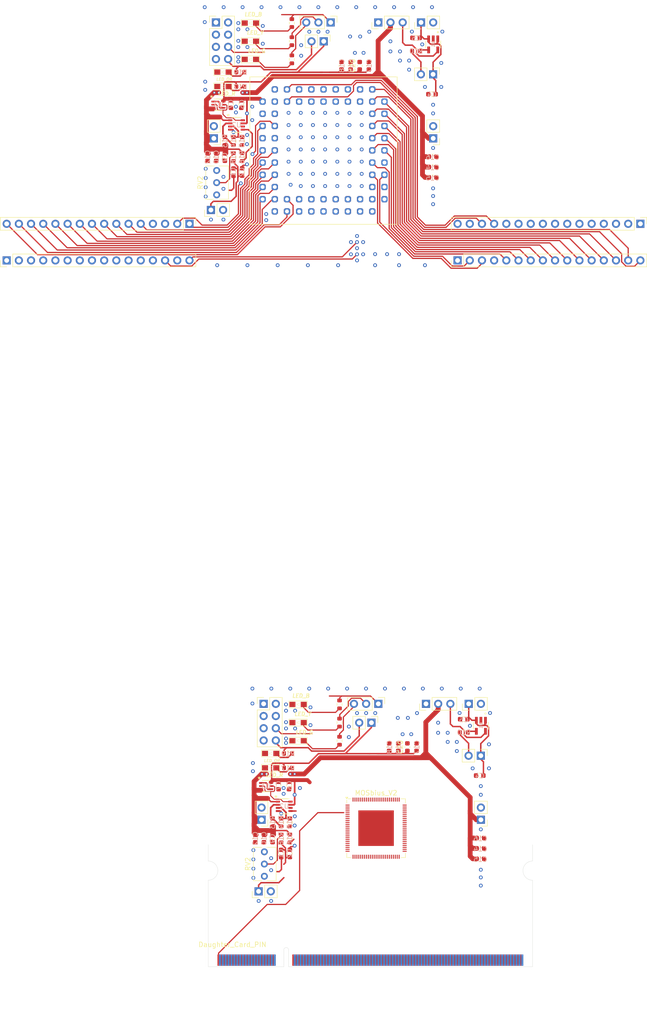
<source format=kicad_pcb>
(kicad_pcb (version 20241229) (generator "pcbnew") (generator_version "9.0")
  (layers (0 "F.Cu" signal) (2 "B.Cu" signal) (13 "F.Paste" user) (15 "B.Paste" user) (5 "F.SilkS" user "F.Silkscreen") (7 "B.SilkS" user "B.Silkscreen") (1 "F.Mask" user) (3 "B.Mask" user) (25 "Edge.Cuts" user))
  (net 0 "")
  (net 1 "GND")
  (net 2 "Net-(C1-Pad1)")
  (net 3 "LDO_VIN")
  (net 4 "VDD")
  (net 5 "VD")
  (net 6 "ISINK_REF")
  (net 7 "DATA_CVRT_3.3V")
  (net 8 "ENABLE")
  (net 9 "EN_MAN_2.5V")
  (net 10 "DATA")
  (net 11 "CLK")
  (net 12 "CLK_CVRT_3.3V")
  (net 13 "EN_CVRT_3.3V")
  (net 14 "LDO_OUT_2.5V")
  (net 15 "Net-(JP1_LDOPG1-B)")
  (net 16 "Net-(D2-A)")
  (net 17 "Net-(D3-A)")
  (net 18 "Net-(D4-A)")
  (net 19 "LDO_PG_2.5V")
  (net 20 "Net-(U2-UV)")
  (net 21 "Net-(U2-OV)")
  (net 22 "Net-(U2-~{SHDN})")
  (net 23 "Net-(D5-A)")
  (net 24 "Net-(R18-Pad1)")
  (net 25 "Net-(D1-A)")
  (net 27 "/NPAIR_A_DRAIN")
  (net 28 "/NPAIR_B_GATE")
  (net 29 "/NPAIR_A_SOURCE")
  (net 30 "/NPAIR_B_DRAIN")
  (net 31 "/NPAIR_4A_GATE")
  (net 32 "/PPAIR_4B_DRAIN")
  (net 33 "/PPAIR_4_BODY")
  (net 34 "/PPAIR_4A_SOURCE")
  (net 35 "/PPAIR_4A_GATE")
  (net 36 "/PPAIR_4A_DRAIN")
  (net 37 "/PPAIR_B_DRAIN")
  (net 38 "/PPAIR_B_GATE")
  (net 39 "/PPAIR_B_SOURCE")
  (net 40 "/PPAIR_A_SOURCE")
  (net 41 "/PPAIR_A_DRAIN")
  (net 42 "/ISINK_2")
  (net 43 "/PPAIR_A_GATE")
  (net 44 "/ISINK_1")
  (net 45 "/INV_TPLGY16_1OUT")
  (net 46 "/NPAIR_4_BODY")
  (net 47 "/NPAIR_4B_GATE")
  (net 48 "/INV_TPLGY16_2INN")
  (net 49 "/INV_TPLGY16_2INP")
  (net 50 "/NPAIR_4A_SOURCE")
  (net 51 "/INV_TPLGY16_2OUT")
  (net 52 "/NPAIR_4B_SOURCE")
  (net 53 "/NPAIR_4B_DRAIN")
  (net 54 "/INV_TPLGY16_1INP")
  (net 55 "/INV_TPLGY16_1INN")
  (net 56 "/I_SOURCE_2")
  (net 57 "/I_SOURCE_1")
  (net 58 "DATA_CVRT_2.5V")
  (net 59 "EN_CVRT_2.5V")
  (net 60 "CLK_CVRT_2.5V")
  (net 61 "Net-(U2-GATE)")
  (net 62 "Net-(U3-Pad1)")
  (net 64 "/PPAIR_4B_GATE")
  (net 65 "/PPAIR_4B_SOURCE")
  (net 66 "/CMFB_OTA2_OUT")
  (net 67 "/CMFB_OTA2_INN")
  (net 68 "/CMFB_OTA2_INP")
  (net 69 "/PMOS_4B_DRAIN")
  (net 70 "/PMOS_4B_GATE")
  (net 71 "/PMOS_4A_DRAIN")
  (net 72 "/PMOS_4A_GATE")
  (net 73 "/I_SOURCE_REF2_CPY")
  (net 74 "/I_SOURCE_REF2")
  (net 75 "/I_SOURCE_16")
  (net 76 "/I_SOURCE_8")
  (net 77 "/I_SOURCE_4")
  (net 78 "I_SOURCE_REF")
  (net 79 "/ISINK_4")
  (net 80 "/ISINK_8")
  (net 81 "/ISINK_16")
  (net 82 "/ISINK_32")
  (net 83 "/ISINK_REF2")
  (net 84 "/ISINK_REF2_CPY")
  (net 85 "/NMOS_4A_GATE")
  (net 86 "/NMOS_4A_DRAIN")
  (net 87 "/NMOS_4B_GATE")
  (net 88 "/NMOS_4B_DRAIN")
  (net 89 "/OTA_N_INP")
  (net 90 "/OTA_N_INN")
  (net 91 "/OTA_N_OUT")
  (net 92 "/NPAIR_A_GATE")
  (net 93 "/NPAIR_B_SOURCE")
  (net 94 "/NPAIR_4A_DRAIN")
  (net 96 "/SBUS1")
  (net 97 "/DCC3_N_D_R_CC")
  (net 98 "/DCC3_N_D_L_CC")
  (net 99 "/SBUS5")
  (net 100 "/OTA_P_INP")
  (net 101 "/DCC3_N_G_R_CC")
  (net 102 "/SBUS4")
  (net 103 "/SBUS2")
  (net 104 "/DCC3_N_D_R_CS")
  (net 105 "/DCC3_N_G_L_CC")
  (net 106 "/DCC3_N_G_R_CS")
  (net 107 "/DCC3_N_D_L_CS")
  (net 108 "/DCC4_N_G_L_CC")
  (net 109 "/OTA_P_OUT")
  (net 110 "/OTA_P_INN")
  (net 111 "/DCC3_N_G_L_CS")
  (net 112 "/SBUS3")
  (net 113 "/DCC4_N_G_R_CS")
  (net 114 "/DCC3_P_D_R_CC")
  (net 115 "/CC_P_G_CS")
  (net 116 "/DCC3_P_G_R_CS")
  (net 117 "/DCC1_P_G_L_CC")
  (net 118 "/DINV1_INP_R")
  (net 119 "/DCC1_N_D_R_CS")
  (net 120 "/DINV1_INN_R")
  (net 121 "/DCC2_N_D_L_CS")
  (net 122 "/DCC1_P_D_L_CC")
  (net 123 "/DCC2_P_D_R_CC")
  (net 124 "/DINV2_INN_R")
  (net 125 "/DINV1_INN_L")
  (net 126 "/DINV1_OUT_R")
  (net 127 "/DCC3_P_D_L_CS")
  (net 128 "/DCC1_N_D_R_CC")
  (net 129 "/DCC4_P_G_L_CC")
  (net 130 "/DCC2_P_D_L_CS")
  (net 131 "/DCC2_N_D_R_CC")
  (net 132 "/DCC4_P_D_R_CC")
  (net 133 "/DCC4_N_D_L_CS")
  (net 134 "/DINV2_INP_R")
  (net 135 "/CC_N_D_CS")
  (net 136 "/CC_P_D_CS")
  (net 137 "/DCC4_P_D_L_CS")
  (net 138 "/CC_P_D_CC")
  (net 139 "/DCC2_N_G_R_CS")
  (net 140 "/DCC4_N_G_L_CS")
  (net 141 "/DCC4_P_G_R_CS")
  (net 142 "/DCC3_P_G_L_CS")
  (net 143 "/DCC1_P_D_R_CS")
  (net 144 "/DCC4_N_D_R_CS")
  (net 145 "/DCC4_N_G_R_CC")
  (net 146 "/DCC3_P_G_L_CC")
  (net 147 "/DCC2_P_D_R_CS")
  (net 148 "/DCC2_N_G_R_CC")
  (net 149 "/DCC2_P_G_L_CS")
  (net 150 "/DCC1_N_G_R_CS")
  (net 151 "/DCC1_P_D_R_CC")
  (net 152 "/DCC1_N_D_L_CC")
  (net 153 "/DCC1_P_D_L_CS")
  (net 154 "/DINV2_OUT_L")
  (net 155 "/DCC2_P_G_L_CC")
  (net 156 "/DCC1_N_G_L_CC")
  (net 157 "/DINV1_OUT_L")
  (net 158 "/DCC2_P_G_R_CS")
  (net 159 "/DCC2_N_G_L_CS")
  (net 160 "/DCC3_P_D_L_CC")
  (net 161 "/DCC1_N_D_L_CS")
  (net 162 "/DCC1_P_G_L_CS")
  (net 163 "/DCC1_P_G_R_CC")
  (net 164 "/DCC2_P_G_R_CC")
  (net 165 "/CC_N_G_CC")
  (net 166 "/DCC3_P_G_R_CC")
  (net 167 "/DCC1_N_G_R_CC")
  (net 168 "/DCC4_N_D_L_CC")
  (net 169 "/DCC4_P_D_R_CS")
  (net 170 "/DCC4_P_D_L_CC")
  (net 171 "/DCC2_N_G_L_CC")
  (net 172 "/DCC1_P_G_R_CS")
  (net 173 "/DCC2_P_D_L_CC")
  (net 174 "/CC_P_G_CC")
  (net 175 "/DCC2_N_D_L_CC")
  (net 176 "/DINV2_INP_L")
  (net 177 "/DCC4_P_G_L_CS")
  (net 178 "/DCC4_N_D_R_CC")
  (net 179 "/DCC4_P_G_R_CC")
  (net 180 "/DINV1_INP_L")
  (net 181 "/DCC1_N_G_L_CS")
  (net 182 "/CC_N_G_CS")
  (net 183 "/DCC3_P_D_R_CS")
  (net 184 "/DCC2_N_D_R_CS")
  (net 185 "/DINV2_OUT_R")
  (net 186 "/DINV2_INN_L")
  (footprint "Capacitor_SMD:C_0603_1608Metric" (layer "F.Cu") (at 141.51745 -50.14 -90)
    (property "Reference" "C9")
    (property "Value" "1u")
  )
  (footprint "Resistor_SMD:R_0603_1608Metric" (layer "F.Cu") (at 145.12255 -50.14 -90)
    (property "Reference" "R16")
    (property "Value" "0")
  )
  (footprint "E6350_23:NCV8164ASN250T1G" (layer "F.Cu") (at 194.881 68.225 -90)
    (property "Reference" "U1")
    (property "Value" "NCV8164ASN250T1G_LDO_2.5V")
  )
  (footprint "Capacitor_SMD:C_0603_1608Metric" (layer "F.Cu") (at 177.66 72.658 90)
    (property "Reference" "C19")
    (property "Value" "10u")
  )
  (footprint "E6350_23:SunLED_LED_XZC_0805" (layer "F.Cu") (at 151.061 76.983)
    (property "Reference" "D5" (hide yes))
    (property "Value" "LED_R")
  )
  (footprint "Capacitor_SMD:C_0603_1608Metric" (layer "F.Cu") (at 194.766 93.7434)
    (property "Reference" "C14")
    (property "Value" "10u")
  )
  (footprint "Resistor_SMD:R_0603_1608Metric" (layer "F.Cu") (at 155.476 -74.2645 -90)
    (property "Reference" "R8" (hide yes))
    (property "Value" "750")
  )
  (footprint "Capacitor_SMD:C_0603_1608Metric" (layer "F.Cu") (at 143.32 -47.015 -90)
    (property "Reference" "C1")
    (property "Value" "1u")
  )
  (footprint "Connector_PinHeader_2.54mm:PinHeader_1x03_P2.54mm_Vertical" (layer "F.Cu") (at 173.495 -78.17 90)
    (property "Reference" "J14_GND3" (hide yes))
    (property "Value" "Conn_01x03")
  )
  (footprint "Capacitor_SMD:C_0603_1608Metric" (layer "F.Cu") (at 147.85335 91.683 -90)
    (property "Reference" "C12")
    (property "Value" "10u")
  )
  (footprint "Capacitor_SMD:C_0603_1608Metric" (layer "F.Cu") (at 184.825 -45.9192)
    (property "Reference" "C15")
    (property "Value" "1u")
  )
  (footprint "Capacitor_SMD:C_0603_1608Metric" (layer "F.Cu") (at 194.766 95.9038)
    (property "Reference" "C15")
    (property "Value" "1u")
  )
  (footprint "Connector_PinHeader_2.54mm:PinHeader_1x02_P2.54mm_Vertical" (layer "F.Cu") (at 172.061 67.583 -90)
    (property "Reference" "JP2_EN1" (hide yes))
    (property "Value" "Jumper_2_Open")
  )
  (footprint "Connector_PinHeader_2.54mm:PinHeader_1x03_P2.54mm_Vertical" (layer "F.Cu") (at 183.436 63.653 90)
    (property "Reference" "J14_GND3" (hide yes))
    (property "Value" "Conn_01x03")
  )
  (footprint "Connector_PinHeader_2.54mm:PinHeader_1x02_P2.54mm_Vertical" (layer "F.Cu") (at 162.12 -74.24 -90)
    (property "Reference" "JP2_EN1" (hide yes))
    (property "Value" "Jumper_2_Open")
  )
  (footprint "Resistor_SMD:R_0603_1608Metric" (layer "F.Cu") (at 155.476 -78.043 -90)
    (property "Reference" "R9" (hide yes))
    (property "Value" "330")
  )
  (footprint "Resistor_SMD:R_0603_1608Metric" (layer "F.Cu") (at 143.32 -50.14 -90)
    (property "Reference" "R18")
    (property "Value" "1.1k")
  )
  (footprint "Capacitor_SMD:C_0603_1608Metric" (layer "F.Cu") (at 194.766 91.583)
    (property "Reference" "C16")
    (property "Value" "0.1u")
  )
  (footprint "Connector_PinHeader_2.54mm:PinHeader_2x04_P2.54mm_Vertical" (layer "F.Cu") (at 149.596 63.653)
    (property "Reference" "J10" (hide yes))
    (property "Value" "Conn_02x04_Row_Letter_First")
  )
  (footprint "E6350_23:TRANS_UM6J1_ROM" (layer "F.Cu") (at 140.1725 -61.0504)
    (property "Reference" "U3")
    (property "Value" "UM6K34NTCN" (hide yes))
  )
  (footprint "Capacitor_SMD:C_0603_1608Metric" (layer "F.Cu") (at 139.7149 -50.14 -90)
    (property "Reference" "C10")
    (property "Value" "0.1u")
  )
  (footprint "Potentiometer_THT:Potentiometer_Bourns_3266Y_Vertical" (layer "F.Cu") (at 139.80795 -47.365 90)
    (property "Reference" "RV2")
    (property "Value" "25k_POT")
  )
  (footprint "E6350_23:TRANS_UM6J1_ROM" (layer "F.Cu") (at 150.1135 80.7726)
    (property "Reference" "U3")
    (property "Value" "UM6K34NTCN" (hide yes))
  )
  (footprint "Capacitor_SMD:C_0603_1608Metric" (layer "F.Cu") (at 144.935 -61.165 -90)
    (property "Reference" "C6")
    (property "Value" "1u")
  )
  (footprint "E6350_23:SunLED_LED_XZC_0805" (layer "F.Cu") (at 146.8355 -74.2645)
    (property "Reference" "D3" (hide yes))
    (property "Value" "LED_Y")
  )
  (footprint "Connector_PinHeader_2.54mm:PinHeader_1x16_P2.54mm_Vertical" (layer "F.Cu") (at 134.14 -36.26 -90)
    (property "Reference" "J1" (hide yes))
    (property "Value" "Conn_01x16_Pin" (hide yes))
  )
  (footprint "Capacitor_SMD:C_0603_1608Metric" (layer "F.Cu") (at 181.458 72.658 90)
    (property "Reference" "C17")
    (property "Value" "0.1u")
  )
  (footprint "Resistor_SMD:R_0603_1608Metric" (layer "F.Cu") (at 144.745 -67.84)
    (property "Reference" "R19")
    (property "Value" "330")
  )
  (footprint "Resistor_SMD:R_0603_1608Metric" (layer "F.Cu") (at 153.261 88.358 90)
    (property "Reference" "R14")
    (property "Value" "510K")
  )
  (footprint "Connector_PinHeader_2.54mm:PinHeader_1x16_P2.54mm_Vertical" (layer "F.Cu") (at 96.04 -28.64 90)
    (property "Reference" "J2" (hide yes))
    (property "Value" "Conn_01x16_Pin" (hide yes))
  )
  (footprint "Capacitor_SMD:C_0603_1608Metric" (layer "F.Cu") (at 184.825 -48.0796)
    (property "Reference" "C14")
    (property "Value" "10u")
  )
  (footprint "Capacitor_SMD:C_0603_1608Metric" (layer "F.Cu") (at 149.6559 91.683 -90)
    (property "Reference" "C10")
    (property "Value" "0.1u")
  )
  (footprint "Package_DFN_QFN:ArtInChip_QFN-100-1EP_12x12mm_P0.4mm_EP7.4x7.4mm" (layer "F.Cu") (at 173.03551 89.53411)
    (property "Reference" "MOSbius_V2")
    (property "Value" "MOSbius_V2")
  )
  (footprint "Capacitor_SMD:C_0603_1608Metric" (layer "F.Cu") (at 179.559 72.658 90)
    (property "Reference" "C20")
    (property "Value" "47u")
  )
  (footprint "Resistor_SMD:R_0603_1608Metric" (layer "F.Cu") (at 165.417 63.78 -90)
    (property "Reference" "R9" (hide yes))
    (property "Value" "330")
  )
  (footprint "Resistor_SMD:R_0603_1608Metric" (layer "F.Cu") (at 155.06355 88.358 -90)
    (property "Reference" "R15")
    (property "Value" "120K")
  )
  (footprint "Capacitor_SMD:C_0603_1608Metric" (layer "F.Cu") (at 167.719 -69.165 90)
    (property "Reference" "C19")
    (property "Value" "10u")
  )
  (footprint "Capacitor_SMD:C_0603_1608Metric" (layer "F.Cu") (at 137.91235 -50.14 -90)
    (property "Reference" "C12")
    (property "Value" "10u")
  )
  (footprint "Connector_PinHeader_2.54mm:PinHeader_1x02_P2.54mm_Vertical" (layer "F.Cu") (at 184.915 -67.375 -90)
    (property "Reference" "JP1_LDOPG1" (hide yes))
    (property "Value" "Jumper_2_Open")
  )
  (footprint "Connector_PinHeader_2.54mm:PinHeader_1x02_P2.54mm_Vertical" (layer "F.Cu") (at 194.881 87.783 180)
    (property "Reference" "J6" (hide yes))
    (property "Value" "Conn_01x02_Pin" (hide yes))
  )
  (footprint "Capacitor_SMD:C_0603_1608Metric" (layer "F.Cu") (at 142.7746 -61.165 -90)
    (property "Reference" "C7")
    (property "Value" "0.1u")
  )
  (footprint "Resistor_SMD:R_0603_1608Metric" (layer "F.Cu") (at 141.51745 -53.465 90)
    (property "Reference" "R13")
    (property "Value" "0")
  )
  (footprint "Connector_PinHeader_2.54mm:PinHeader_2x04_P2.54mm_Vertical" (layer "F.Cu") (at 139.655 -78.17)
    (property "Reference" "J10" (hide yes))
    (property "Value" "Conn_02x04_Row_Letter_First")
  )
  (footprint "Resistor_SMD:R_0603_1608Metric" (layer "F.Cu") (at 154.686 73.983)
    (property "Reference" "R19")
    (property "Value" "330")
  )
  (footprint "Mobius:PLCC_x68" (layer "F.Cu") (at 162.08 -51.5)
    (property "Reference" "Upkg1" (hide yes))
    (property "Value" "MobiusChip_connX68")
  )
  (footprint "Resistor_SMD:R_0603_1608Metric" (layer "F.Cu") (at 181.384 -72.223 180)
    (property "Reference" "R10")
    (property "Value" "10K")
  )
  (footprint "E6350_23:TSOT-23_TS8_LIT" (layer "F.Cu") (at 143.9444 -56.834)
    (property "Reference" "U2")
    (property "Value" "LTC4365TS8" (hide yes))
  )
  (footprint "E6350_23:SunLED_LED_XZC_0805" (layer "F.Cu") (at 151.066 73.983)
    (property "Reference" "D1" (hide yes))
    (property "Value" "LED_OR")
  )
  (footprint "Capacitor_SMD:C_0603_1608Metric" (layer "F.Cu") (at 151.45845 91.683 -90)
    (property "Reference" "C9")
    (property "Value" "1u")
  )
  (footprint "Resistor_SMD:R_0603_1608Metric" (layer "F.Cu") (at 191.325 69.6 180)
    (property "Reference" "R10")
    (property "Value" "10K")
  )
  (footprint "Connector_PinHeader_2.54mm:PinHeader_1x16_P2.54mm_Vertical" (layer "F.Cu") (at 190.02 -28.64 90)
    (property "Reference" "J3" (hide yes))
    (property "Value" "Conn_01x16_Pin" (hide yes))
  )
  (footprint "Resistor_SMD:R_0603_1608Metric" (layer "F.Cu") (at 143.32 -53.465 90)
    (property "Reference" "R14")
    (property "Value" "510K")
  )
  (footprint "Capacitor_SMD:C_0603_1608Metric" (layer "F.Cu") (at 155.061 94.783 90)
    (property "Reference" "C2")
    (property "Value" "0.1u")
  )
  (footprint "Connector_PCBEdge:SODIMM-200_1.8V_Card_edge" (layer "F.Cu") (at 140.2 117)
    (property "Reference" "Daughter_Card_PIN")
    (property "Value" "~")
    (fp_line (start -2.15 -20.625) (end -2.15 -24.025) (stroke (width 0.05)) (layer "Edge.Cuts"))
    (fp_line (start -2.15 1.375) (end -2.15 -16.625) (stroke (width 0.05)) (layer "Edge.Cuts"))
    (fp_line (start 13.6 1.375) (end -2.15 1.375) (stroke (width 0.05)) (layer "Edge.Cuts"))
    (fp_line (start 13.6 1.375) (end 13.6 -2.125) (stroke (width 0.05)) (layer "Edge.Cuts"))
    (fp_line (start 14.6 -2.125) (end 14.6 1.375) (stroke (width 0.05)) (layer "Edge.Cuts"))
    (fp_line (start 14.6 1.375) (end 65.45 1.375) (stroke (width 0.05)) (layer "Edge.Cuts"))
    (fp_line (start 65.45 -20.625) (end 65.45 -24.025) (stroke (width 0.05)) (layer "Edge.Cuts"))
    (fp_line (start 65.45 1.375) (end 65.45 -16.625) (stroke (width 0.05)) (layer "Edge.Cuts"))
    (fp_arc (start -2.15 -20.625) (mid -0.15 -18.625) (end -2.15 -16.625) (stroke (width 0.05)) (layer "Edge.Cuts"))
    (fp_arc (start 13.6 -2.125) (mid 14.1 -2.625) (end 14.6 -2.125) (stroke (width 0.05)) (layer "Edge.Cuts"))
    (fp_arc (start 65.45 -16.625) (mid 63.45 -18.625) (end 65.45 -20.625) (stroke (width 0.05)) (layer "Edge.Cuts"))
  )
  (footprint "Capacitor_SMD:C_0603_1608Metric" (layer "F.Cu") (at 184.825 -50.24)
    (property "Reference" "C16")
    (property "Value" "0.1u")
  )
  (footprint "Connector_PinHeader_2.54mm:PinHeader_1x02_P2.54mm_Vertical" (layer "F.Cu") (at 194.856 74.448 -90)
    (property "Reference" "JP1_LDOPG1" (hide yes))
    (property "Value" "Jumper_2_Open")
  )
  (footprint "Resistor_SMD:R_0603_1608Metric" (layer "F.Cu") (at 155.06355 91.683 -90)
    (property "Reference" "R16")
    (property "Value" "0")
  )
  (footprint "Connector_PinHeader_2.54mm:PinHeader_1x02_P2.54mm_Vertical" (layer "F.Cu") (at 138.60795 -39.14 90)
    (property "Reference" "J7" (hide yes))
    (property "Value" "PINHD_1x2_Male")
  )
  (footprint "E6350_23:SunLED_LED_XZC_0805" (layer "F.Cu") (at 146.8355 -70.486)
    (property "Reference" "D2" (hide yes))
    (property "Value" "LED_G")
  )
  (footprint "E6350_23:SunLED_LED_XZC_0805" (layer "F.Cu") (at 156.7765 67.5585)
    (property "Reference" "D3" (hide yes))
    (property "Value" "LED_Y")
  )
  (footprint "Connector_PinHeader_2.54mm:PinHeader_1x02_P2.54mm_Vertical" (layer "F.Cu") (at 182.4 -78.17 90)
    (property "Reference" "J18_VDC1" (hide yes))
    (property "Value" "Conn_01x02")
  )
  (footprint "Resistor_SMD:R_0603_1608Metric" (layer "F.Cu") (at 165.417 67.5585 -90)
    (property "Reference" "R8" (hide yes))
    (property "Value" "750")
  )
  (footprint "Resistor_SMD:R_0603_1608Metric" (layer "F.Cu") (at 151.45845 88.358 90)
    (property "Reference" "R13")
    (property "Value" "0")
  )
  (footprint "Capacitor_SMD:C_0603_1608Metric" (layer "F.Cu") (at 145.12 -47.04 90)
    (property "Reference" "C2")
    (property "Value" "0.1u")
  )
  (footprint "Capacitor_SMD:C_0603_1608Metric" (layer "F.Cu") (at 184.695 -63.24 180)
    (property "Reference" "C4")
    (property "Value" "1u")
  )
  (footprint "E6350_23:TSOT-23_TS8_LIT" (layer "F.Cu") (at 153.8854 84.989)
    (property "Reference" "U2")
    (property "Value" "LTC4365TS8" (hide yes))
  )
  (footprint "Capacitor_SMD:C_0603_1608Metric" (layer "F.Cu") (at 153.261 94.808 -90)
    (property "Reference" "C1")
    (property "Value" "1u")
  )
  (footprint "Resistor_SMD:R_0603_1608Metric" (layer "F.Cu") (at 153.261 91.683 -90)
    (property "Reference" "R18")
    (property "Value" "1.1k")
  )
  (footprint "E6350_23:NCV8164ASN250T1G" (layer "F.Cu") (at 184.94 -73.598 -90)
    (property "Reference" "U1")
    (property "Value" "NCV8164ASN250T1G_LDO_2.5V")
  )
  (footprint "Capacitor_SMD:C_0603_1608Metric" (layer "F.Cu") (at 169.618 -69.165 90)
    (property "Reference" "C20")
    (property "Value" "47u")
  )
  (footprint "E6350_23:SunLED_LED_XZC_0805" (layer "F.Cu") (at 141.12 -64.84)
    (property "Reference" "D5" (hide yes))
    (property "Value" "LED_R")
  )
  (footprint "Capacitor_SMD:C_0603_1608Metric" (layer "F.Cu") (at 175.761 72.658 90)
    (property "Reference" "C18")
    (property "Value" "1u")
  )
  (footprint "Capacitor_SMD:C_0603_1608Metric" (layer "F.Cu") (at 152.7156 80.658 -90)
    (property "Reference" "C7")
    (property "Value" "0.1u")
  )
  (footprint "Capacitor_SMD:C_0603_1608Metric" (layer "F.Cu") (at 171.517 -69.165 90)
    (property "Reference" "C17")
    (property "Value" "0.1u")
  )
  (footprint "Capacitor_SMD:C_0603_1608Metric" (layer "F.Cu") (at 154.876 80.658 -90)
    (property "Reference" "C6")
    (property "Value" "1u")
  )
  (footprint "Capacitor_SMD:C_0603_1608Metric" (layer "F.Cu") (at 181.37 -74.97 180)
    (property "Reference" "C5")
    (property "Value" "10u")
  )
  (footprint "Resistor_SMD:R_0603_1608Metric" (layer "F.Cu") (at 155.476 -70.486 -90)
    (property "Reference" "R7" (hide yes))
    (property "Value" "330")
  )
  (footprint "E6350_23:SunLED_LED_XZC_0805" (layer "F.Cu") (at 156.7765 71.337)
    (property "Reference" "D2" (hide yes))
    (property "Value" "LED_G")
  )
  (footprint "Connector_PinHeader_2.54mm:PinHeader_1x03_P2.54mm_Vertical" (layer "F.Cu") (at 163.56 -78.17 -90)
    (property "Reference" "J14_GND2" (hide yes))
    (property "Value" "Conn_01x03")
  )
  (footprint "Resistor_SMD:R_0603_1608Metric" (layer "F.Cu") (at 165.417 71.337 -90)
    (property "Reference" "R7" (hide yes))
    (property "Value" "330")
  )
  (footprint "Capacitor_SMD:C_0603_1608Metric" (layer "F.Cu") (at 191.311 66.853 180)
    (property "Reference" "C5")
    (property "Value" "10u")
  )
  (footprint "Potentiometer_THT:Potentiometer_Bourns_3266Y_Vertical" (layer "F.Cu") (at 149.74895 94.458 90)
    (property "Reference" "RV2")
    (property "Value" "25k_POT")
  )
  (footprint "Connector_PinHeader_2.54mm:PinHeader_1x02_P2.54mm_Vertical" (layer "F.Cu") (at 192.341 63.653 90)
    (property "Reference" "J18_VDC1" (hide yes))
    (property "Value" "Conn_01x02")
  )
  (footprint "Capacitor_SMD:C_0603_1608Metric" (layer "F.Cu") (at 165.82 -69.165 90)
    (property "Reference" "C18")
    (property "Value" "1u")
  )
  (footprint "Connector_PinHeader_2.54mm:PinHeader_1x03_P2.54mm_Vertical" (layer "F.Cu") (at 173.501 63.653 -90)
    (property "Reference" "J14_GND2" (hide yes))
    (property "Value" "Conn_01x03")
  )
  (footprint "Resistor_SMD:R_0603_1608Metric" (layer "F.Cu") (at 154.686 76.983)
    (property "Reference" "R17")
    (property "Value" "330")
  )
  (footprint "Connector_PinHeader_2.54mm:PinHeader_1x16_P2.54mm_Vertical" (layer "F.Cu") (at 228.12 -36.26 -90)
    (property "Reference" "J4" (hide yes))
    (property "Value" "Conn_01x16_Pin" (hide yes))
  )
  (footprint "Connector_PinHeader_2.54mm:PinHeader_1x02_P2.54mm_Vertical" (layer "F.Cu") (at 148.54895 102.683 90)
    (property "Reference" "J7" (hide yes))
    (property "Value" "PINHD_1x2_Male" (hide yes))
  )
  (footprint "Resistor_SMD:R_0603_1608Metric" (layer "F.Cu") (at 144.745 -64.84)
    (property "Reference" "R17")
    (property "Value" "330")
  )
  (footprint "Connector_PinHeader_2.54mm:PinHeader_1x02_P2.54mm_Vertical" (layer "F.Cu") (at 149.161 87.783 180)
    (property "Reference" "J5" (hide yes))
    (property "Value" "PINHD_1x2_Male" (hide yes))
  )
  (footprint "E6350_23:SunLED_LED_XZC_0805" (layer "F.Cu") (at 141.125 -67.84)
    (property "Reference" "D1" (hide yes))
    (property "Value" "LED_OR")
  )
  (footprint "Connector_PinHeader_2.54mm:PinHeader_1x02_P2.54mm_Vertical" (layer "F.Cu") (at 139.22 -54.04 180)
    (property "Reference" "J5" (hide yes))
    (property "Value" "PINHD_1x2_Male" (hide yes))
  )
  (footprint "E6350_23:SunLED_LED_XZC_0805" (layer "F.Cu") (at 146.8355 -78.043)
    (property "Reference" "D4" (hide yes))
    (property "Value" "LED_B")
  )
  (footprint "Capacitor_SMD:C_0603_1608Metric" (layer "F.Cu") (at 194.636 78.583 180)
    (property "Reference" "C4")
    (property "Value" "1u")
  )
  (footprint "Resistor_SMD:R_0603_1608Metric" (layer "F.Cu") (at 145.12255 -53.465 -90)
    (property "Reference" "R15")
    (property "Value" "120K")
  )
  (footprint "Connector_PinHeader_2.54mm:PinHeader_1x02_P2.54mm_Vertical" (layer "F.Cu") (at 184.94 -54.04 180)
    (property "Reference" "J6" (hide yes))
    (property "Value" "Conn_01x02_Pin" (hide yes))
  )
  (footprint "E6350_23:SunLED_LED_XZC_0805" (layer "F.Cu") (at 156.7765 63.78)
    (property "Reference" "D4" (hide yes))
    (property "Value" "LED_B")
  )
  (segment (start 155.061 94.008) (end 155.061 93.567) (width 0.25) (layer "F.Cu") (net 1))
  (segment (start 143.242999 -55.859001) (end 142.62995 -55.859001) (width 0.25) (layer "F.Cu") (net 1))
  (segment (start 155.873 93.371) (end 156.061 93.183) (width 0.25) (layer "F.Cu") (net 1))
  (segment (start 143.37 -46.19) (end 143.37 -43.69) (width 0.3) (layer "F.Cu") (net 1))
  (segment (start 143.37 -43.69) (end 142.92 -43.24) (width 0.3) (layer "F.Cu") (net 1))
  (segment (start 153.183999 85.963999) (end 152.57095 85.963999) (width 0.25) (layer "F.Cu") (net 1))
  (segment (start 153.311 95.633) (end 153.311 98.133) (width 0.3) (layer "F.Cu") (net 1))
  (segment (start 145.12 -48.256) (end 145.316 -48.452) (width 0.25) (layer "F.Cu") (net 1))
  (segment (start 156.061 88.983) (end 156.18611 89.10811) (width 0.25) (layer "F.Cu") (net 1))
  (segment (start 155.257 93.371) (end 155.873 93.371) (width 0.25) (layer "F.Cu") (net 1))
  (segment (start 143.32 -55.782) (end 143.242999 -55.859001) (width 0.25) (layer "F.Cu") (net 1))
  (segment (start 143.32 -46.24) (end 143.37 -46.19) (width 0.3) (layer "F.Cu") (net 1))
  (segment (start 142.92 -43.24) (end 142.42 -43.24) (width 0.3) (layer "F.Cu") (net 1))
  (segment (start 152.861 98.583) (end 152.361 98.583) (width 0.3) (layer "F.Cu") (net 1))
  (segment (start 145.932 -48.452) (end 146.12 -48.64) (width 0.25) (layer "F.Cu") (net 1))
  (segment (start 153.261 86.041) (end 153.183999 85.963999) (width 0.25) (layer "F.Cu") (net 1))
  (segment (start 153.261 95.583) (end 153.311 95.633) (width 0.3) (layer "F.Cu") (net 1))
  (segment (start 155.061 93.567) (end 155.257 93.371) (width 0.25) (layer "F.Cu") (net 1))
  (segment (start 143.32 -55.34) (end 143.32 -55.782) (width 0.25) (layer "F.Cu") (net 1))
  (segment (start 153.311 98.133) (end 152.861 98.583) (width 0.3) (layer "F.Cu") (net 1))
  (segment (start 153.261 86.483) (end 153.261 86.041) (width 0.25) (layer "F.Cu") (net 1))
  (segment (start 145.316 -48.452) (end 145.932 -48.452) (width 0.25) (layer "F.Cu") (net 1))
  (segment (start 145.12 -47.815) (end 145.12 -48.256) (width 0.25) (layer "F.Cu") (net 1))
  (via (at 162.413 -56.815) (size 0.8) (drill 0.4) (layers "F.Cu" "B.Cu") (net 1))
  (via (at 137.32 -78.24) (size 0.8) (drill 0.4) (layers "F.Cu" "B.Cu") (net 1))
  (via (at 161.000498 -81.345) (size 0.8) (drill 0.4) (layers "F.Cu" "B.Cu") (net 1))
  (via (at 170.033 -51.735) (size 0.8) (drill 0.4) (layers "F.Cu" "B.Cu") (net 1))
  (via (at 154.793 -51.735) (size 0.8) (drill 0.4) (layers "F.Cu" "B.Cu") (net 1))
  (via (at 172.83 -27.64) (size 0.8) (drill 0.4) (layers "F.Cu" "B.Cu") (net 1))
  (via (at 169.065 -28.64) (size 0.8) (drill 0.4) (layers "F.Cu" "B.Cu") (net 1))
  (via (at 141.22 -43.54) (size 0.8) (drill 0.4) (layers "F.Cu" "B.Cu") (net 1))
  (via (at 147.22 -57.84) (size 0.8) (drill 0.4) (layers "F.Cu" "B.Cu") (net 1))
  (via (at 149.42 -73.74) (size 0.8) (drill 0.4) (layers "F.Cu" "B.Cu") (net 1))
  (via (at 187.961 69.683) (size 0.8) (drill 0.4) (layers "F.Cu" "B.Cu") (net 1))
  (via (at 159.361 64.383) (size 0.8) (drill 0.4) (layers "F.Cu" "B.Cu") (net 1))
  (via (at 159.12 -76.24) (size 0.8) (drill 0.4) (layers "F.Cu" "B.Cu") (net 1))
  (via (at 170.961 65.583) (size 0.8) (drill 0.4) (layers "F.Cu" "B.Cu") (net 1))
  (via (at 167.493 -44.115) (size 0.8) (drill 0.4) (layers "F.Cu" "B.Cu") (net 1))
  (via (at 152.52 -27.64) (size 0.8) (drill 0.4) (layers "F.Cu" "B.Cu") (net 1))
  (via (at 169.065 -31.18) (size 0.8) (drill 0.4) (layers "F.Cu" "B.Cu") (net 1))
  (via (at 157.333 -59.355) (size 0.8) (drill 0.4) (layers "F.Cu" "B.Cu") (net 1))
  (via (at 178.02 -70.24) (size 0.8) (drill 0.4) (layers "F.Cu" "B.Cu") (net 1))
  (via (at 149.157749 -81.345) (size 0.8) (drill 0.4) (layers "F.Cu" "B.Cu") (net 1))
  (via (at 167.795 -32.45) (size 0.8) (drill 0.4) (layers "F.Cu" "B.Cu") (net 1))
  (via (at 144.32 -70.94) (size 0.8) (drill 0.4) (layers "F.Cu" "B.Cu") (net 1))
  (via (at 175.325 -29.94) (size 0.8) (drill 0.4) (layers "F.Cu" "B.Cu") (net 1))
  (via (at 144.32 -73.04) (size 0.8) (drill 0.4) (layers "F.Cu" "B.Cu") (net 1))
  (via (at 141.22 -37.14) (size 0.8) (drill 0.4) (layers "F.Cu" "B.Cu") (net 1))
  (via (at 164.948081 -81.345) (size 0.8) (drill 0.4) (layers "F.Cu" "B.Cu") (net 1))
  (via (at 169.065 -33.72) (size 0.8) (drill 0.4) (layers "F.Cu" "B.Cu") (net 1))
  (via (at 147.461 94.108) (size 0.8) (drill 0.4) (layers "F.Cu" "B.Cu") (net 1))
  (via (at 162.413 -51.735) (size 0.8) (drill 0.4) (layers "F.Cu" "B.Cu") (net 1))
  (via (at 167.361 70.583) (size 0.8) (drill 0.4) (layers "F.Cu" "B.Cu") (net 1))
  (via (at 179.92 -68.34) (size 0.8) (drill 0.4) (layers "F.Cu" "B.Cu") (net 1))
  (via (at 168.895664 -81.345) (size 0.8) (drill 0.4) (layers "F.Cu" "B.Cu") (net 1))
  (via (at 156.061 88.983) (size 0.8) (drill 0.4) (layers "F.Cu" "B.Cu") (net 1))
  (via (at 153.761 82.383) (size 0.8) (drill 0.4) (layers "F.Cu" "B.Cu") (net 1))
  (via (at 162.413 -44.115) (size 0.8) (drill 0.4) (layers "F.Cu" "B.Cu") (net 1))
  (via (at 187.961 71.583) (size 0.8) (drill 0.4) (layers "F.Cu" "B.Cu") (net 1))
  (via (at 170.033 -44.115) (size 0.8) (drill 0.4) (layers "F.Cu" "B.Cu") (net 1))
  (via (at 183.22 -64.74) (size 0.8) (drill 0.4) (layers "F.Cu" "B.Cu") (net 1))
  (via (at 154.261 68.783) (size 0.8) (drill 0.4) (layers "F.Cu" "B.Cu") (net 1))
  (via (at 172.83 -29.94) (size 0.8) (drill 0.4) (layers "F.Cu" "B.Cu") (net 1))
  (via (at 184.92 -42.04) (size 0.8) (drill 0.4) (layers "F.Cu" "B.Cu") (net 1))
  (via (at 137.52 -45.79) (size 0.8) (drill 0.4) (layers "F.Cu" "B.Cu") (net 1))
  (via (at 167.493 -54.275) (size 0.8) (drill 0.4) (layers "F.Cu" "B.Cu") (net 1))
  (via (at 147.461 96.033) (size 0.8) (drill 0.4) (layers "F.Cu" "B.Cu") (net 1))
  (via (at 162.413 -59.355) (size 0.8) (drill 0.4) (layers "F.Cu" "B.Cu") (net 1))
  (via (at 143.82 -60.64) (size 0.8) (drill 0.4) (layers "F.Cu" "B.Cu") (net 1))
  (via (at 176.02 -72.14) (size 0.8) (drill 0.4) (layers "F.Cu" "B.Cu") (net 1))
  (via (at 141.22 -46.04) (size 0.8) (drill 0.4) (layers "F.Cu" "B.Cu") (net 1))
  (via (at 176.79083 -81.345) (size 0.8) (drill 0.4) (layers "F.Cu" "B.Cu") (net 1))
  (via (at 146.22 -27.64) (size 0.8) (drill 0.4) (layers "F.Cu" "B.Cu") (net 1))
  (via (at 196.561 72.083) (size 0.8) (drill 0.4) (layers "F.Cu" "B.Cu") (net 1))
  (via (at 174.889081 60.478) (size 0.8) (drill 0.4) (layers "F.Cu" "B.Cu") (net 1))
  (via (at 190.436 65.558) (size 0.8) (drill 0.4) (layers "F.Cu" "B.Cu") (net 1))
  (via (at 170.42 -71.84) (size 0.8) (drill 0.4) (layers "F.Cu" "B.Cu") (net 1))
  (via (at 157.333 -56.815) (size 0.8) (drill 0.4) (layers "F.Cu" "B.Cu") (net 1))
  (via (at 194.861 101.483) (size 0.8) (drill 0.4) (layers "F.Cu" "B.Cu") (net 1))
  (via (at 147.361 75.983) (size 0.8) (drill 0.4) (layers "F.Cu" "B.Cu") (net 1))
  (via (at 196.786 65.558) (size 0.8) (drill 0.4) (layers "F.Cu" "B.Cu") (net 1))
  (via (at 159.361 68.083) (size 0.8) (drill 0.4) (layers "F.Cu" "B.Cu") (net 1))
  (via (at 181.561 65.583) (size 0.8) (drill 0.4) (layers "F.Cu" "B.Cu") (net 1))
  (via (at 167.493 -56.815) (size 0.8) (drill 0.4) (layers "F.Cu" "B.Cu") (net 1))
  (via (at 147.261 63.583) (size 0.8) (drill 0.4) (layers "F.Cu" "B.Cu") (net 1))
  (via (at 194.861 99.783) (size 0.8) (drill 0.4) (layers "F.Cu" "B.Cu") (net 1))
  (via (at 144.32 -70.04) (size 0.8) (drill 0.4) (layers "F.Cu" "B.Cu") (net 1))
  (via (at 182.654 -73.598) (size 0.8) (drill 0.4) (layers "F.Cu" "B.Cu") (net 1))
  (via (at 167.361 68.383) (size 0.8) (drill 0.4) (layers "F.Cu" "B.Cu") (net 1))
  (via (at 162.92 -76.24) (size 0.8) (drill 0.4) (layers "F.Cu" "B.Cu") (net 1))
  (via (at 179.92 -70.24) (size 0.8) (drill 0.4) (layers "F.Cu" "B.Cu") (net 1))
  (via (at 184.92 -59.24) (size 0.8) (drill 0.4) (layers "F.Cu" "B.Cu") (net 1))
  (via (at 164.953 -56.815) (size 0.8) (drill 0.4) (layers "F.Cu" "B.Cu") (net 1))
  (via (at 137.42 -64.14) (size 0.8) (drill 0.4) (layers "F.Cu" "B.Cu") (net 1))
  (via (at 154.793 -56.815) (size 0.8) (drill 0.4) (layers "F.Cu" "B.Cu") (net 1))
  (via (at 154.793 -49.195) (size 0.8) (drill 0.4) (layers "F.Cu" "B.Cu") (net 1))
  (via (at 159.873 -54.275) (size 0.8) (drill 0.4) (layers "F.Cu" "B.Cu") (net 1))
  (via (at 159.873 -56.815) (size 0.8) (drill 0.4) (layers "F.Cu" "B.Cu") (net 1))
  (via (at 185.961 69.683) (size 0.8) (drill 0.4) (layers "F.Cu" "B.Cu") (net 1))
  (via (at 154.793 -59.355) (size 0.8) (drill 0.4) (layers "F.Cu" "B.Cu") (net 1))
  (via (at 154.261 70.883) (size 0.8) (drill 0.4) (layers "F.Cu" "B.Cu") (net 1))
  (via (at 154.793 -46.655) (size 0.8) (drill 0.4) (layers "F.Cu" "B.Cu") (net 1))
  (via (at 170.033 -54.275) (size 0.8) (drill 0.4) (layers "F.Cu" "B.Cu") (net 1))
  (via (at 157.333 -51.735) (size 0.8) (drill 0.4) (layers "F.Cu" "B.Cu") (net 1))
  (via (at 170.335 -32.45) (size 0.8) (drill 0.4) (layers "F.Cu" "B.Cu") (net 1))
  (via (at 157.333 -46.655) (size 0.8) (drill 0.4) (layers "F.Cu" "B.Cu") (net 1))
  (via (at 167.493 -59.355) (size 0.8) (drill 0.4) (layers "F.Cu" "B.Cu") (net 1))
  (via (at 137.52 -47.715) (size 0.8) (drill 0.4) (layers "F.Cu" "B.Cu") (net 1))
  (via (at 159.873 -49.195) (size 0.8) (drill 0.4) (layers "F.Cu" "B.Cu") (net 1))
  (via (at 184.92 -61.04) (size 0.8) (drill 0.4) (layers "F.Cu" "B.Cu") (net 1))
  (via (at 151.203583 60.478) (size 0.8) (drill 0.4) (layers "F.Cu" "B.Cu") (net 1))
  (via (at 167.493 -46.655) (size 0.8) (drill 0.4) (layers "F.Cu" "B.Cu") (net 1))
  (via (at 186.845 -76.265) (size 0.8) (drill 0.4) (layers "F.Cu" "B.Cu") (net 1))
  (via (at 137.52 -41.94) (size 0.8) (drill 0.4) (layers "F.Cu" "B.Cu") (net 1))
  (via (at 157.052915 -81.345) (size 0.8) (drill 0.4) (layers "F.Cu" "B.Cu") (net 1))
  (via (at 182.784247 60.478) (size 0.8) (drill 0.4) (layers "F.Cu" "B.Cu") (net 1))
  (via (at 162.413 -54.275) (size 0.8) (drill 0.4) (layers "F.Cu" "B.Cu") (net 1))
  (via (at 154.261 67.483) (size 0.8) (drill 0.4) (layers "F.Cu" "B.Cu") (net 1))
  (via (at 177.82 -29.94) (size 0.8) (drill 0.4) (layers "F.Cu" "B.Cu") (net 1))
  (via (at 186.62 -69.74) (size 0.8) (drill 0.4) (layers "F.Cu" "B.Cu") (net 1))
  (via (at 180.495 -76.265) (size 0.8) (drill 0.4) (layers "F.Cu" "B.Cu") (net 1))
  (via (at 154.261 71.783) (size 0.8) (drill 0.4) (layers "F.Cu" "B.Cu") (net 1))
  (via (at 178.836664 60.478) (size 0.8) (drill 0.4) (layers "F.Cu" "B.Cu") (net 1))
  (via (at 168.62 -71.84) (size 0.8) (drill 0.4) (layers "F.Cu" "B.Cu") (net 1))
  (via (at 144.32 -76.74) (size 0.8) (drill 0.4) (layers "F.Cu" "B.Cu") (net 1))
  (via (at 178.561 69.983) (size 0.8) (drill 0.4) (layers "F.Cu" "B.Cu") (net 1))
  (via (at 165.12 -27.64) (size 0.8) (drill 0.4) (layers "F.Cu" "B.Cu") (net 1))
  (via (at 158.82 -27.64) (size 0.8) (drill 0.4) (layers "F.Cu" "B.Cu") (net 1))
  (via (at 159.873 -46.655) (size 0.8) (drill 0.4) (layers "F.Cu" "B.Cu") (net 1))
  (via (at 186.73183 60.478) (size 0.8) (drill 0.4) (layers "F.Cu" "B.Cu") (net 1))
  (via (at 157.333 -54.275) (size 0.8) (drill 0.4) (layers "F.Cu" "B.Cu") (net 1))
  (via (at 147.361 77.683) (size 0.8) (drill 0.4) (layers "F.Cu" "B.Cu") (net 1))
  (via (at 178.02 -72.14) (size 0.8) (drill 0.4) (layers "F.Cu" "B.Cu") (net 1))
  (via (at 170.033 -56.815) (size 0.8) (drill 0.4) (layers "F.Cu" "B.Cu") (net 1))
  (via (at 153.261 86.483) (size 0.8) (drill 0.4) (layers "F.Cu" "B.Cu") (net 1))
  (via (at 170.033 -46.655) (size 0.8) (drill 0.4) (layers "F.Cu" "B.Cu") (net 1))
  (via (at 167.493 -51.735) (size 0.8) (drill 0.4) (layers "F.Cu" "B.Cu") (net 1))
  (via (at 164.953 -46.655) (size 0.8) (drill 0.4) (layers "F.Cu" "B.Cu") (net 1))
  (via (at 157.333 -49.195) (size 0.8) (drill 0.4) (layers "F.Cu" "B.Cu") (net 1))
  (via (at 189.861 71.583) (size 0.8) (drill 0.4) (layers "F.Cu" "B.Cu") (net 1))
  (via (at 146.22 -76.74) (size 0.8) (drill 0.4) (layers "F.Cu" "B.Cu") (net 1))
  (via (at 196.561 77.083) (size 0.8) (drill 0.4) (layers "F.Cu" "B.Cu") (net 1))
  (via (at 184.92 -52.04) (size 0.8) (drill 0.4) (layers "F.Cu" "B.Cu") (net 1))
  (via (at 151.161 95.783) (size 0.8) (drill 0.4) (layers "F.Cu" "B.Cu") (net 1))
  (via (at 179.661 66.583) (size 0.8) (drill 0.4) (layers "F.Cu" "B.Cu") (net 1))
  (via (at 146.12 -48.64) (size 0.8) (drill 0.4) (layers "F.Cu" "B.Cu") (net 1))
  (via (at 186.62 -64.74) (size 0.8) (drill 0.4) (layers "F.Cu" "B.Cu") (net 1))
  (via (at 164.953 -51.735) (size 0.8) (drill 0.4) (layers "F.Cu" "B.Cu") (net 1))
  (via (at 156.094093 87.071548) (size 0.8) (drill 0.4) (layers "F.Cu" "B.Cu") (net 1))
  (via (at 170.033 -49.195) (size 0.8) (drill 0.4) (layers "F.Cu" "B.Cu") (net 1))
  (via (at 155.222 -44.388) (size 0.8) (drill 0.4) (layers "F.Cu" "B.Cu") (net 1))
  (via (at 166.993915 60.478) (size 0.8) (drill 0.4) (layers "F.Cu" "B.Cu") (net 1))
  (via (at 177.561 66.583) (size 0.8) (drill 0.4) (layers "F.Cu" "B.Cu") (net 1))
  (via (at 150.142 -37.022) (size 0.8) (drill 0.4) (layers "F.Cu" "B.Cu") (net 1))
  (via (at 190.679413 60.478) (size 0.8) (drill 0.4) (layers "F.Cu" "B.Cu") (net 1))
  (via (at 164.953 -54.275) (size 0.8) (drill 0.4) (layers "F.Cu" "B.Cu") (net 1))
  (via (at 139.92 -27.64) (size 0.8) (drill 0.4) (layers "F.Cu" "B.Cu") (net 1))
  (via (at 149.42 -77.44) (size 0.8) (drill 0.4) (layers "F.Cu" "B.Cu") (net 1))
  (via (at 161.02 -76.24) (size 0.8) (drill 0.4) (layers "F.Cu" "B.Cu") (net 1))
  (via (at 169.061 65.583) (size 0.8) (drill 0.4) (layers "F.Cu" "B.Cu") (net 1))
  (via (at 145.210166 -81.345) (size 0.8) (drill 0.4) (layers "F.Cu" "B.Cu") (net 1))
  (via (at 176.02 -74.24) (size 0.8) (drill 0.4) (layers "F.Cu" "B.Cu") (net 1))
  (via (at 156.161 68.783) (size 0.8) (drill 0.4) (layers "F.Cu" "B.Cu") (net 1))
  (via (at 172.861 65.583) (size 0.8) (drill 0.4) (layers "F.Cu" "B.Cu") (net 1))
  (via (at 157.42 -71.24) (size 0.8) (drill 0.4) (layers "F.Cu" "B.Cu") (net 1))
  (via (at 154.261 63.783) (size 0.8) (drill 0.4) (layers "F.Cu" "B.Cu") (net 1))
  (via (at 154.793 -54.275) (size 0.8) (drill 0.4) (layers "F.Cu" "B.Cu") (net 1))
  (via (at 151.161 104.683) (size 0.8) (drill 0.4) (layers "F.Cu" "B.Cu") (net 1))
  (via (at 157.333 -44.115) (size 0.8) (drill 0.4) (layers "F.Cu" "B.Cu") (net 1))
  (via (at 167.795 -29.91) (size 0.8) (drill 0.4) (layers "F.Cu" "B.Cu") (net 1))
  (via (at 193.161 77.083) (size 0.8) (drill 0.4) (layers "F.Cu" "B.Cu") (net 1))
  (via (at 156.161 65.083) (size 0.8) (drill 0.4) (layers "F.Cu" "B.Cu") (net 1))
  (via (at 180.738413 -81.345) (size 0.8) (drill 0.4) (layers "F.Cu" "B.Cu") (net 1))
  (via (at 146.153093 -54.751452) (size 0.8) (drill 0.4) (layers "F.Cu" "B.Cu") (net 1))
  (via (at 185.961 67.583) (size 0.8) (drill 0.4) (layers "F.Cu" "B.Cu") (net 1))
  (via (at 167.493 -49.195) (size 0.8) (drill 0.4) (layers "F.Cu" "B.Cu") (net 1))
  (via (at 157.161 81.183) (size 0.8) (drill 0.4) (layers "F.Cu" "B.Cu") (net 1))
  (via (at 184.686 -81.345) (size 0.8) (drill 0.4) (layers "F.Cu" "B.Cu") (net 1))
  (via (at 147.461 97.958) (size 0.8) (drill 0.4) (layers "F.Cu" "B.Cu") (net 1))
  (via (at 164.953 -44.115) (size 0.8) (drill 0.4) (layers "F.Cu" "B.Cu") (net 1))
  (via (at 162.413 -46.655) (size 0.8) (drill 0.4) (layers "F.Cu" "B.Cu") (net 1))
  (via (at 164.953 -59.355) (size 0.8) (drill 0.4) (layers "F.Cu" "B.Cu") (net 1))
  (via (at 144.32 -74.34) (size 0.8) (drill 0.4) (layers "F.Cu" "B.Cu") (net 1))
  (via (at 155.151166 60.478) (size 0.8) (drill 0.4) (layers "F.Cu" "B.Cu") (net 1))
  (via (at 180.361 69.983) (size 0.8) (drill 0.4) (layers "F.Cu" "B.Cu") (net 1))
  (via (at 137.52 -43.865) (size 0.8) (drill 0.4) (layers "F.Cu" "B.Cu") (net 1))
  (via (at 143.82 -59.44) (size 0.8) (drill 0.4) (layers "F.Cu" "B.Cu") (net 1))
  (via (at 189.861 73.483) (size 0.8) (drill 0.4) (layers "F.Cu" "B.Cu") (net 1))
  (via (at 144.32 -78.04) (size 0.8) (drill 0.4) (layers "F.Cu" "B.Cu") (net 1))
  (via (at 194.627 60.478) (size 0.8) (drill 0.4) (layers "F.Cu" "B.Cu") (net 1))
  (via (at 148.561 104.683) (size 0.8) (drill 0.4) (layers "F.Cu" "B.Cu") (net 1))
  (via (at 167.62 -75.24) (size 0.8) (drill 0.4) (layers "F.Cu" "B.Cu") (net 1))
  (via (at 194.861 82.583) (size 0.8) (drill 0.4) (layers "F.Cu" "B.Cu") (net 1))
  (via (at 163.046332 60.478) (size 0.8) (drill 0.4) (layers "F.Cu" "B.Cu") (net 1))
  (via (at 157.42 -73.44) (size 0.8) (drill 0.4) (layers "F.Cu" "B.Cu") (net 1))
  (via (at 184.92 -40.34) (size 0.8) (drill 0.4) (layers "F.Cu" "B.Cu") (net 1))
  (via (at 164.953 -49.195) (size 0.8) (drill 0.4) (layers "F.Cu" "B.Cu") (net 1))
  (via (at 171.62 -76.24) (size 0.8) (drill 0.4) (layers "F.Cu" "B.Cu") (net 1))
  (via (at 170.033 -59.355) (size 0.8) (drill 0.4) (layers "F.Cu" "B.Cu") (net 1))
  (via (at 194.861 98.183) (size 0.8) (drill 0.4) (layers "F.Cu" "B.Cu") (net 1))
  (via (at 154.261 65.083) (size 0.8) (drill 0.4) (layers "F.Cu" "B.Cu") (net 1))
  (via (at 153.105332 -81.345) (size 0.8) (drill 0.4) (layers "F.Cu" "B.Cu") (net 1))
  (via (at 192.595 68.225) (size 0.8) (drill 0.4) (layers "F.Cu" "B.Cu") (net 1))
  (via (at 143.32 -55.34) (size 0.8) (drill 0.4) (layers "F.Cu" "B.Cu") (net 1))
  (via (at 183.22 -27.64) (size 0.8) (drill 0.4) (layers "F.Cu" "B.Cu") (net 1))
  (via (at 194.861 89.783) (size 0.8) (drill 0.4) (layers "F.Cu" "B.Cu") (net 1))
  (via (at 172.843247 -81.345) (size 0.8) (drill 0.4) (layers "F.Cu" "B.Cu") (net 1))
  (via (at 194.861 80.783) (size 0.8) (drill 0.4) (layers "F.Cu" "B.Cu") (net 1))
  (via (at 156.061 93.183) (size 0.8) (drill 0.4) (layers "F.Cu" "B.Cu") (net 1))
  (via (at 141.262583 -81.345) (size 0.8) (drill 0.4) (layers "F.Cu" "B.Cu") (net 1))
  (via (at 147.461 99.883) (size 0.8) (drill 0.4) (layers "F.Cu" "B.Cu") (net 1))
  (via (at 162.413 -49.195) (size 0.8) (drill 0.4) (layers "F.Cu" "B.Cu") (net 1))
  (via (at 138.62 -37.14) (size 0.8) (drill 0.4) (layers "F.Cu" "B.Cu") (net 1))
  (via (at 170.941498 60.478) (size 0.8) (drill 0.4) (layers "F.Cu" "B.Cu") (net 1))
  (via (at 170.335 -29.91) (size 0.8) (drill 0.4) (layers "F.Cu" "B.Cu") (net 1))
  (via (at 184.92 -43.64) (size 0.8) (drill 0.4) (layers "F.Cu" "B.Cu") (net 1))
  (via (at 147.22 -60.64) (size 0.8) (drill 0.4) (layers "F.Cu" "B.Cu") (net 1))
  (via (at 177.82 -27.64) (size 0.8) (drill 0.4) (layers "F.Cu" "B.Cu") (net 1))
  (via (at 169.72 -75.24) (size 0.8) (drill 0.4) (layers "F.Cu" "B.Cu") (net 1))
  (via (at 159.098749 60.478) (size 0.8) (drill 0.4) (layers "F.Cu" "B.Cu") (net 1))
  (via (at 159.873 -59.355) (size 0.8) (drill 0.4) (layers "F.Cu" "B.Cu") (net 1))
  (via (at 146.22 -73.04) (size 0.8) (drill 0.4) (layers "F.Cu" "B.Cu") (net 1))
  (via (at 147.256 60.478) (size 0.8) (drill 0.4) (layers "F.Cu" "B.Cu") (net 1))
  (via (at 159.873 -51.735) (size 0.8) (drill 0.4) (layers "F.Cu" "B.Cu") (net 1))
  (via (at 137.42 -65.84) (size 0.8) (drill 0.4) (layers "F.Cu" "B.Cu") (net 1))
  (via (at 153.761 81.183) (size 0.8) (drill 0.4) (layers "F.Cu" "B.Cu") (net 1))
  (via (at 137.315 -81.345) (size 0.8) (drill 0.4) (layers "F.Cu" "B.Cu") (net 1))
  (via (at 159.873 -44.115) (size 0.8) (drill 0.4) (layers "F.Cu" "B.Cu") (net 1))
  (via (at 151.161 98.283) (size 0.8) (drill 0.4) (layers "F.Cu" "B.Cu") (net 1))
  (via (at 146.12 -52.84) (size 0.8) (drill 0.4) (layers "F.Cu" "B.Cu") (net 1))
  (via (at 150.142 -38.292) (size 0.8) (drill 0.4) (layers "F.Cu" "B.Cu") (net 1))
  (segment (start 144.22 -47.54) (end 143.97 -47.79) (width 0.3) (layer "F.Cu") (net 2))
  (segment (start 144.22 -47.24) (end 144.22 -48.14) (width 0.3) (layer "F.Cu") (net 2))
  (segment (start 144.22 -45.135661) (end 143.87 -44.785661) (width 0.3) (layer "F.Cu") (net 2))
  (segment (start 153.261 92.783) (end 153.261 92.508) (width 0.3) (layer "F.Cu") (net 2))
  (segment (start 154.161 94.583) (end 154.161 93.683) (width 0.3) (layer "F.Cu") (net 2))
  (segment (start 149.061 100.883) (end 148.54895 101.39505) (width 0.3) (layer "F.Cu") (net 2))
  (segment (start 148.54895 101.39505) (end 148.54895 102.683) (width 0.3) (layer "F.Cu") (net 2))
  (segment (start 154.486 95.558) (end 154.161 95.883) (width 0.3) (layer "F.Cu") (net 2))
  (segment (start 143.97 -47.79) (end 143.32 -47.79) (width 0.3) (layer "F.Cu") (net 2))
  (segment (start 152.761 100.883) (end 149.061 100.883) (width 0.3) (layer "F.Cu") (net 2))
  (segment (start 138.60795 -40.42795) (end 138.60795 -39.14) (width 0.3) (layer "F.Cu") (net 2))
  (segment (start 144.22 -47.24) (end 144.22 -45.135661) (width 0.3) (layer "F.Cu") (net 2))
  (segment (start 139.12 -40.94) (end 138.60795 -40.42795) (width 0.3) (layer "F.Cu") (net 2))
  (segment (start 154.161 94.583) (end 154.161 96.687339) (width 0.3) (layer "F.Cu") (net 2))
  (segment (start 153.811 99.833) (end 152.761 100.883) (width 0.3) (layer "F.Cu") (net 2))
  (segment (start 153.911 94.033) (end 153.261 94.033) (width 0.3) (layer "F.Cu") (net 2))
  (segment (start 143.87 -44.785661) (end 143.87 -41.99) (width 0.3) (layer "F.Cu") (net 2))
  (segment (start 154.161 96.687339) (end 153.811 97.037339) (width 0.3) (layer "F.Cu") (net 2))
  (segment (start 154.161 94.283) (end 154.161 94.583) (width 0.3) (layer "F.Cu") (net 2))
  (segment (start 142.82 -40.94) (end 139.12 -40.94) (width 0.3) (layer "F.Cu") (net 2))
  (segment (start 144.545 -46.265) (end 144.22 -45.94) (width 0.3) (layer "F.Cu") (net 2))
  (segment (start 145.12 -46.265) (end 144.545 -46.265) (width 0.3) (layer "F.Cu") (net 2))
  (segment (start 143.32 -49.04) (end 143.32 -49.315) (width 0.3) (layer "F.Cu") (net 2))
  (segment (start 155.061 95.558) (end 154.486 95.558) (width 0.3) (layer "F.Cu") (net 2))
  (segment (start 144.22 -47.54) (end 144.22 -47.24) (width 0.3) (layer "F.Cu") (net 2))
  (segment (start 143.87 -41.99) (end 142.82 -40.94) (width 0.3) (layer "F.Cu") (net 2))
  (segment (start 154.161 94.283) (end 153.911 94.033) (width 0.3) (layer "F.Cu") (net 2))
  (segment (start 154.161 93.683) (end 153.261 92.783) (width 0.3) (layer "F.Cu") (net 2))
  (segment (start 144.22 -48.14) (end 143.32 -49.04) (width 0.3) (layer "F.Cu") (net 2))
  (segment (start 182.4 -75.4) (end 182.4 -78.17) (width 0.3) (layer "F.Cu") (net 3))
  (segment (start 196.471 70.318) (end 194.856 71.933) (width 0.3) (layer "F.Cu") (net 3))
  (segment (start 185.47 -63.24) (end 185.47 -66.09) (width 0.3) (layer "F.Cu") (net 3))
  (segment (start 192.341 66.423) (end 192.341 63.653) (width 0.3) (layer "F.Cu") (net 3))
  (segment (start 182.4 -75.225) (end 182.4 -75.4) (width 0.3) (layer "F.Cu") (net 3))
  (segment (start 192.341 66.598) (end 192.341 66.423) (width 0.3) (layer "F.Cu") (net 3))
  (segment (start 193.931 67.08) (end 193.931 67.783) (width 0.3) (layer "F.Cu") (net 3))
  (segment (start 195.411 75.733) (end 194.856 75.178) (width 0.3) (layer "F.Cu") (net 3))
  (segment (start 194.288 68.14) (end 195.474 68.14) (width 0.3) (layer "F.Cu") (net 3))
  (segment (start 186.131192 -73.683) (end 186.53 -73.284192) (width 0.3) (layer "F.Cu") (net 3))
  (segment (start 185.89 -74.04) (end 185.89 -74.743) (width 0.3) (layer "F.Cu") (net 3))
  (segment (start 195.474 68.14) (end 195.831 67.783) (width 0.3) (layer "F.Cu") (net 3))
  (segment (start 183.99 -74.743) (end 183.057 -74.743) (width 0.3) (layer "F.Cu") (net 3))
  (segment (start 183.057 -74.743) (end 182.4 -75.4) (width 0.3) (layer "F.Cu") (net 3))
  (segment (start 196.471 68.538808) (end 196.471 70.318) (width 0.3) (layer "F.Cu") (net 3))
  (segment (start 195.831 67.783) (end 195.831 67.08) (width 0.3) (layer "F.Cu") (net 3))
  (segment (start 194.856 71.933) (end 194.856 74.448) (width 0.3) (layer "F.Cu") (net 3))
  (segment (start 193.931 67.08) (end 192.998 67.08) (width 0.3) (layer "F.Cu") (net 3))
  (segment (start 186.53 -73.284192) (end 186.53 -71.505) (width 0.3) (layer "F.Cu") (net 3))
  (segment (start 183.99 -74.04) (end 184.347 -73.683) (width 0.3) (layer "F.Cu") (net 3))
  (segment (start 195.411 78.583) (end 195.411 75.733) (width 0.3) (layer "F.Cu") (net 3))
  (segment (start 185.533 -73.683) (end 185.89 -74.04) (width 0.3) (layer "F.Cu") (net 3))
  (segment (start 192.086 66.853) (end 192.341 66.598) (width 0.3) (layer "F.Cu") (net 3))
  (segment (start 192.998 67.08) (end 192.341 66.423) (width 0.3) (layer "F.Cu") (net 3))
  (segment (start 186.53 -71.505) (end 184.915 -69.89) (width 0.3) (layer "F.Cu") (net 3))
  (segment (start 185.47 -66.09) (end 184.915 -66.645) (width 0.3) (layer "F.Cu") (net 3))
  (segment (start 184.347 -73.683) (end 185.533 -73.683) (width 0.3) (layer "F.Cu") (net 3))
  (segment (start 194.856 75.178) (end 194.856 74.448) (width 0.3) (layer "F.Cu") (net 3))
  (segment (start 182.145 -74.97) (end 182.4 -75.225) (width 0.3) (layer "F.Cu") (net 3))
  (segment (start 183.99 -74.743) (end 183.99 -74.04) (width 0.3) (layer "F.Cu") (net 3))
  (segment (start 196.072192 68.14) (end 196.471 68.538808) (width 0.3) (layer "F.Cu") (net 3))
  (segment (start 185.533 -73.683) (end 186.131192 -73.683) (width 0.3) (layer "F.Cu") (net 3))
  (segment (start 193.931 67.783) (end 194.288 68.14) (width 0.3) (layer "F.Cu") (net 3))
  (segment (start 195.474 68.14) (end 196.072192 68.14) (width 0.3) (layer "F.Cu") (net 3))
  (segment (start 184.915 -66.645) (end 184.915 -67.375) (width 0.3) (layer "F.Cu") (net 3))
  (segment (start 184.915 -69.89) (end 184.915 -67.375) (width 0.3) (layer "F.Cu") (net 3))
  (segment (start 143.92 -65.44) (end 143.92 -64.84) (width 0.3) (layer "F.Cu") (net 4))
  (segment (start 151.801 76.023) (end 153.501 76.023) (width 0.3) (layer "F.Cu") (net 4))
  (segment (start 172.061 68.583) (end 172.061 67.583) (width 0.3) (layer "F.Cu") (net 4))
  (segment (start 148.785 -62.295) (end 141.5918 -62.295) (width 0.8) (layer "F.Cu") (net 4))
  (segment (start 175.161 74.023) (end 178.969 74.023) (width 0.3) (layer "F.Cu") (net 4))
  (segment (start 141.125 -61.8282) (end 141.32 -62.0232) (width 0.3) (layer "F.Cu") (net 4))
  (segment (start 149.2518 -61.8282) (end 148.785 -62.295) (width 0.8) (layer "F.Cu") (net 4))
  (segment (start 156.061 82.683) (end 156.061 79.928) (width 0.35) (layer "F.Cu") (net 4))
  (segment (start 171.661 74.023) (end 171.721 74.023) (width 0.3) (layer "F.Cu") (net 4))
  (segment (start 146.12 -59.14) (end 146.12 -57.278799) (width 0.35) (layer "F.Cu") (net 4))
  (segment (start 141.86 -65.8) (end 143.56 -65.8) (width 0.3) (layer "F.Cu") (net 4))
  (segment (start 146.12 -57.278799) (end 146.000202 -57.159001) (width 0.35) (layer "F.Cu") (net 4))
  (segment (start 151.261 76.283) (end 151.521 76.023) (width 0.3) (layer "F.Cu") (net 4))
  (segment (start 161.021 74.023) (end 166.621 74.023) (width 0.3) (layer "F.Cu") (net 4))
  (segment (start 163.52 -67.8) (end 164.08 -67.8) (width 0.3) (layer "F.Cu") (net 4))
  (segment (start 141.5918 -62.295) (end 141.125 -61.8282) (width 0.8) (layer "F.Cu") (net 4))
  (segment (start 165.81 -68.39) (end 165.22 -67.8) (width 0.3) (layer "F.Cu") (net 4))
  (segment (start 141.58 -65.8) (end 149.08 -65.8) (width 0.3) (layer "F.Cu") (net 4))
  (segment (start 171.361 74.023) (end 171.661 74.023) (width 0.3) (layer "F.Cu") (net 4))
  (segment (start 153.861 76.383) (end 153.861 76.983) (width 0.3) (layer "F.Cu") (net 4))
  (segment (start 159.021 76.023) (end 161.021 74.023) (width 0.3) (layer "F.Cu") (net 4))
  (segment (start 173.261 74.023) (end 173.461 74.023) (width 0.3) (layer "F.Cu") (net 4))
  (segment (start 175.751 73.433) (end 175.161 74.023) (width 0.3) (layer "F.Cu") (net 4))
  (segment (start 163.32 -67.8) (end 163.52 -67.8) (width 0.3) (layer "F.Cu") (net 4))
  (segment (start 156.061 84.544201) (end 155.941202 84.663999) (width 0.35) (layer "F.Cu") (net 4))
  (segment (start 151.5328 79.528) (end 151.066 79.9948) (width 0.8) (layer "F.Cu") (net 4))
  (segment (start 151.261 79.7998) (end 151.261 76.283) (width 0.3) (layer "F.Cu") (net 4))
  (segment (start 167.719 -68.39) (end 167.129 -67.8) (width 0.3) (layer "F.Cu") (net 4))
  (segment (start 153.501 76.023) (end 153.861 76.383) (width 0.3) (layer "F.Cu") (net 4))
  (segment (start 173.461 74.023) (end 174.021 74.023) (width 0.3) (layer "F.Cu") (net 4))
  (segment (start 156.68 -67.8) (end 162.12 -73.24) (width 0.3) (layer "F.Cu") (net 4))
  (segment (start 151.066 79.9948) (end 151.261 79.7998) (width 0.3) (layer "F.Cu") (net 4))
  (segment (start 170.927 -67.8) (end 164.08 -67.8) (width 0.3) (layer "F.Cu") (net 4))
  (segment (start 161.72 -67.8) (end 163.32 -67.8) (width 0.3) (layer "F.Cu") (net 4))
  (segment (start 178.969 74.023) (end 179.559 73.433) (width 0.3) (layer "F.Cu") (net 4))
  (segment (start 171.661 74.023) (end 173.261 74.023) (width 0.3) (layer "F.Cu") (net 4))
  (segment (start 158.726 79.528) (end 151.5328 79.528) (width 0.8) (layer "F.Cu") (net 4))
  (segment (start 177.07 74.023) (end 173.461 74.023) (width 0.3) (layer "F.Cu") (net 4))
  (segment (start 156.061 82.683) (end 156.061 84.544201) (width 0.35) (layer "F.Cu") (net 4))
  (segment (start 141.32 -65.54) (end 141.58 -65.8) (width 0.3) (layer "F.Cu") (net 4))
  (segment (start 141.32 -62.0232) (end 141.32 -65.54) (width 0.3) (layer "F.Cu") (net 4))
  (segment (start 181.458 73.433) (end 180.868 74.023) (width 0.3) (layer "F.Cu") (net 4))
  (segment (start 149.08 -65.8) (end 151.08 -67.8) (width 0.3) (layer "F.Cu") (net 4))
  (segment (start 164.08 -67.8) (end 165.22 -67.8) (width 0.3) (layer "F.Cu") (net 4))
  (segment (start 159.1928 79.9948) (end 158.726 79.528) (width 0.8) (layer "F.Cu") (net 4))
  (segment (start 151.521 76.023) (end 159.021 76.023) (width 0.3) (layer "F.Cu") (net 4))
  (segment (start 151.08 -67.8) (end 156.68 -67.8) (width 0.3) (layer "F.Cu") (net 4))
  (segment (start 143.56 -65.8) (end 143.92 -65.44) (width 0.3) (layer "F.Cu") (net 4))
  (segment (start 161.42 -67.8) (end 161.72 -67.8) (width 0.3) (layer "F.Cu") (net 4))
  (segment (start 146.000202 -57.159001) (end 145.25885 -57.159001) (width 0.35) (layer "F.Cu") (net 4))
  (segment (start 167.129 -67.8) (end 163.52 -67.8) (width 0.3) (layer "F.Cu") (net 4))
  (segment (start 171.517 -68.39) (end 170.927 -67.8) (width 0.3) (layer "F.Cu") (net 4))
  (segment (start 162.12 -73.24) (end 162.12 -74.24) (width 0.3) (layer "F.Cu") (net 4))
  (segment (start 146.12 -59.14) (end 146.12 -61.895) (width 0.35) (layer "F.Cu") (net 4))
  (segment (start 177.66 73.433) (end 177.07 74.023) (width 0.3) (layer "F.Cu") (net 4))
  (segment (start 166.621 74.023) (end 172.061 68.583) (width 0.3) (layer "F.Cu") (net 4))
  (segment (start 180.868 74.023) (end 174.021 74.023) (width 0.3) (layer "F.Cu") (net 4))
  (segment (start 161.72 -67.8) (end 161.78 -67.8) (width 0.3) (layer "F.Cu") (net 4))
  (segment (start 155.62 -67.8) (end 161.42 -67.8) (width 0.3) (layer "F.Cu") (net 4))
  (segment (start 174.021 74.023) (end 175.161 74.023) (width 0.3) (layer "F.Cu") (net 4))
  (segment (start 169.028 -67.8) (end 169.618 -68.39) (width 0.3) (layer "F.Cu") (net 4))
  (segment (start 155.941202 84.663999) (end 155.19985 84.663999) (width 0.35) (layer "F.Cu") (net 4))
  (segment (start 165.22 -67.8) (end 169.028 -67.8) (width 0.3) (layer "F.Cu") (net 4))
  (segment (start 165.561 74.023) (end 171.361 74.023) (width 0.3) (layer "F.Cu") (net 4))
  (via (at 156.061 82.583) (size 0.8) (drill 0.4) (layers "F.Cu" "B.Cu") (net 4))
  (via (at 146.12 -59.24) (size 0.8) (drill 0.4) (layers "F.Cu" "B.Cu") (net 4))
  (segment (start 180.911 74.873) (end 182.412294 74.873) (width 1) (layer "F.Cu") (net 5))
  (segment (start 144.4674 -51.7926) (end 140.62 -51.7926) (width 0.3) (layer "F.Cu") (net 5))
  (segment (start 192.6458 85.883) (end 192.6458 83.129094) (width 1) (layer "F.Cu") (net 5))
  (segment (start 192.6458 91.583) (end 192.6458 93.198) (width 1) (layer "F.Cu") (net 5))
  (segment (start 148.5128 90.0304) (end 148.0632 89.5808) (width 1) (layer "F.Cu") (net 5))
  (segment (start 137.67 -55.59) (end 137.67 -52.6944) (width 1) (layer "F.Cu") (net 5))
  (segment (start 151.107001 84.014001) (end 150.431 83.338) (width 0.3) (layer "F.Cu") (net 5))
  (segment (start 139.22 -63.565) (end 137.67 -62.015) (width 1) (layer "F.Cu") (net 5))
  (segment (start 137.67 -53.252) (end 138.458 -54.04) (width 1) (layer "F.Cu") (net 5))
  (segment (start 138.1222 -52.2422) (end 138.0222 -52.2422) (width 1) (layer "F.Cu") (net 5))
  (segment (start 182.8048 -50.24) (end 184.05 -50.24) (width 1) (layer "F.Cu") (net 5))
  (segment (start 139.92 -51.7926) (end 139.92 -50.95205) (width 1) (layer "F.Cu") (net 5))
  (segment (start 149.861 90.0304) (end 149.861 90.87095) (width 1) (layer "F.Cu") (net 5))
  (segment (start 137.67 -60.7456) (end 137.67 -59.12) (width 1) (layer "F.Cu") (net 5))
  (segment (start 148.11 -63.565) (end 151.495 -66.95) (width 1) (layer "F.Cu") (net 5))
  (segment (start 139.92 -51.7926) (end 141.72 -51.7926) (width 1) (layer "F.Cu") (net 5))
  (segment (start 145.22 -63.565) (end 148.11 -63.565) (width 1) (layer "F.Cu") (net 5))
  (segment (start 148.0632 89.5808) (end 147.9632 89.5808) (width 1) (layer "F.Cu") (net 5))
  (segment (start 182.7048 -55.94) (end 182.7048 -50.24) (width 1) (layer "F.Cu") (net 5))
  (segment (start 193.1912 93.7434) (end 193.991 93.7434) (width 1) (layer "F.Cu") (net 5))
  (segment (start 192.6458 86.513) (end 192.6458 85.883) (width 1) (layer "F.Cu") (net 5))
  (segment (start 154.4084 90.0304) (end 150.561 90.0304) (width 0.3) (layer "F.Cu") (net 5))
  (segment (start 147.611 89.1286) (end 147.611 88.571) (width 1) (layer "F.Cu") (net 5))
  (segment (start 182.7048 -46.4552) (end 183.2408 -45.9192) (width 1) (layer "F.Cu") (net 5))
  (segment (start 147.611 88.571) (end 148.399 87.783) (width 1) (layer "F.Cu") (net 5))
  (segment (start 140.245 -63.565) (end 139.22 -63.565) (width 1) (layer "F.Cu") (net 5))
  (segment (start 137.67 -55.59) (end 137.67 -54.828) (width 1) (layer "F.Cu") (net 5))
  (segment (start 147.611 86.995) (end 148.399 87.783) (width 1) (layer "F.Cu") (net 5))
  (segment (start 183.2502 -48.0796) (end 184.05 -48.0796) (width 1) (layer "F.Cu") (net 5))
  (segment (start 183.2408 -45.9192) (end 184.05 -45.9192) (width 1) (layer "F.Cu") (net 5))
  (segment (start 193.9158 87.783) (end 192.6458 86.513) (width 1) (layer "F.Cu") (net 5))
  (segment (start 138.305 -58.485) (end 140.49 -58.485) (width 1) (layer "F.Cu") (net 5))
  (segment (start 137.67 -60.3144) (end 137.8118 -60.1726) (width 1) (layer "F.Cu") (net 5))
  (segment (start 192.6458 93.198) (end 193.1912 93.7434) (width 1) (layer "F.Cu") (net 5))
  (segment (start 151.495 -66.95) (end 170.97 -66.95) (width 1) (layer "F.Cu") (net 5))
  (segment (start 137.67 -62.015) (end 137.67 -60.7456) (width 1) (layer "F.Cu") (net 5))
  (segment (start 137.67 -51.3254) (end 138.0804 -50.915) (width 1) (layer "F.Cu") (net 5))
  (segment (start 145.2906 -50.9694) (end 144.4674 -51.7926) (width 0.3) (layer "F.Cu") (net 5))
  (segment (start 182.7048 -55.31) (end 182.7048 -55.94) (width 1) (layer "F.Cu") (net 5))
  (segment (start 155.161 78.258) (end 158.051 78.258) (width 1) (layer "F.Cu") (net 5))
  (segment (start 138.1222 -52.2422) (end 137.67 -52.6944) (width 1) (layer "F.Cu") (net 5))
  (segment (start 149.861 90.0304) (end 148.5128 90.0304) (width 1) (layer "F.Cu") (net 5))
  (segment (start 137.67 -52.6944) (end 137.67 -53.252) (width 1) (layer "F.Cu") (net 5))
  (segment (start 151.661 90.0304) (end 151.661 89.2175) (width 1) (layer "F.Cu") (net 5))
  (segment (start 192.6458 91.583) (end 192.6458 95.3678) (width 1) (layer "F.Cu") (net 5))
  (segment (start 147.611 86.233) (end 147.611 89.1286) (width 1) (layer "F.Cu") (net 5))
  (segment (start 192.6458 95.3678) (end 193.1818 95.9038) (width 1) (layer "F.Cu") (net 5))
  (segment (start 170.97 -66.95) (end 172.471294 -66.95) (width 1) (layer "F.Cu") (net 5))
  (segment (start 184.660353 75.143647) (end 183.401 73.884294) (width 1) (layer "F.Cu") (net 5))
  (segment (start 174.719353 -66.679353) (end 173.46 -67.938706) (width 1) (layer "F.Cu") (net 5))
  (segment (start 147.611 81.0774) (end 147.611 82.703) (width 1) (layer "F.Cu") (net 5))
  (segment (start 150.561 90.0304) (end 151.661 90.0304) (width 0.3) (layer "F.Cu") (net 5))
  (segment (start 183.9748 -54.04) (end 182.7048 -55.31) (width 1) (layer "F.Cu") (net 5))
  (segment (start 184.660353 75.143647) (end 184.389706 74.873) (width 1) (layer "F.Cu") (net 5))
  (segment (start 137.67 -60.3144) (end 137.67 -60.7456) (width 1) (layer "F.Cu") (net 5))
  (segment (start 151.661 90.0304) (end 151.661 90.8735) (width 1) (layer "F.Cu") (net 5))
  (segment (start 147.611 90.4976) (end 148.0214 90.908) (width 1) (layer "F.Cu") (net 5))
  (segment (start 137.67 -53.252) (end 137.67 -51.3254) (width 1) (layer "F.Cu") (net 5))
  (segment (start 184.660353 75.143647) (end 192.6458 83.129094) (width 1) (layer "F.Cu") (net 5))
  (segment (start 173.46 -74.36) (end 176.035 -76.935) (width 1) (layer "F.Cu") (net 5))
  (segment (start 147.611 79.808) (end 147.611 81.0774) (width 1) (layer "F.Cu") (net 5))
  (segment (start 150.561 90.0304) (end 149.861 90.0304) (width 1) (layer "F.Cu") (net 5))
  (segment (start 182.7048 -50.24) (end 182.7048 -46.4552) (width 1) (layer "F.Cu") (net 5))
  (segment (start 141.166001 -57.808999) (end 140.49 -58.485) (width 0.3) (layer "F.Cu") (net 5))
  (segment (start 172.471294 -66.95) (end 173.46 -67.938706) (width 1) (layer "F.Cu") (net 5))
  (segment (start 147.611 86.233) (end 147.611 86.995) (width 1) (layer "F.Cu") (net 5))
  (segment (start 141.72 -50.9495) (end 141.6855 -50.915) (width 1) (layer "F.Cu") (net 5))
  (segment (start 151.661 90.8735) (end 151.6265 90.908) (width 1) (layer "F.Cu") (net 5))
  (segment (start 141.72 -52.6055) (end 141.6855 -52.64) (width 1) (layer "F.Cu") (net 5))
  (segment (start 138.458 -54.04) (end 139.22 -54.04) (width 1) (layer "F.Cu") (net 5))
  (segment (start 155.2316 90.8536) (end 154.4084 90.0304) (width 0.3) (layer "F.Cu") (net 5))
  (segment (start 182.412294 74.873) (end 183.401 73.884294) (width 1) (layer "F.Cu") (net 5))
  (segment (start 149.861 90.0304) (end 151.661 90.0304) (width 1) (layer "F.Cu") (net 5))
  (segment (start 148.0632 89.5808) (end 147.611 89.1286) (width 1) (layer "F.Cu") (net 5))
  (segment (start 148.399 87.783) (end 149.161 87.783) (width 1) (layer "F.Cu") (net 5))
  (segment (start 147.611 81.5086) (end 147.611 81.0774) (width 1) (layer "F.Cu") (net 5))
  (segment (start 149.861 90.87095) (end 149.82395 90.908) (width 1) (layer "F.Cu") (net 5))
  (segment (start 141.72 -51.7926) (end 141.72 -50.9495) (width 1) (layer "F.Cu") (net 5))
  (segment (start 184.389706 74.873) (end 180.911 74.873) (width 1) (layer "F.Cu") (net 5))
  (segment (start 185.976 64.888) (end 185.976 63.653) (width 1) (layer "F.Cu") (net 5))
  (segment (start 183.401 73.884294) (end 183.401 67.463) (width 1) (layer "F.Cu") (net 5))
  (segment (start 137.67 -54.828) (end 138.458 -54.04) (width 1) (layer "F.Cu") (net 5))
  (segment (start 173.46 -67.938706) (end 173.46 -74.36) (width 1) (layer "F.Cu") (net 5))
  (segment (start 147.611 88.571) (end 147.611 90.4976) (width 1) (layer "F.Cu") (net 5))
  (segment (start 194.881 87.783) (end 193.9158 87.783) (width 1) (layer "F.Cu") (net 5))
  (segment (start 137.8118 -60.1726) (end 139.1057 -60.1726) (width 1) (layer "F.Cu") (net 5))
  (segment (start 140.62 -51.7926) (end 141.72 -51.7926) (width 0.3) (layer "F.Cu") (net 5))
  (segment (start 184.94 -54.04) (end 183.9748 -54.04) (width 1) (layer "F.Cu") (net 5))
  (segment (start 148.246 83.338) (end 150.431 83.338) (width 1) (layer "F.Cu") (net 5))
  (segment (start 147.611 82.703) (end 148.246 83.338) (width 1) (layer "F.Cu") (net 5))
  (segment (start 137.67 -59.12) (end 138.305 -58.485) (width 1) (layer "F.Cu") (net 5))
  (segment (start 142.62995 -57.808999) (end 141.166001 -57.808999) (width 0.3) (layer "F.Cu") (net 5))
  (segment (start 161.436 74.873) (end 180.911 74.873) (width 1) (layer "F.Cu") (net 5))
  (segment (start 137.67 -59.12) (end 137.67 -55.59) (width 1) (layer "F.Cu") (net 5))
  (segment (start 141.72 -51.7926) (end 141.72 -52.6055) (width 1) (layer "F.Cu") (net 5))
  (segment (start 151.661 89.2175) (end 151.6265 89.183) (width 1) (layer "F.Cu") (net 5))
  (segment (start 176.035 -76.935) (end 176.035 -78.17) (width 1) (layer "F.Cu") (net 5))
  (segment (start 193.1818 95.9038) (end 193.991 95.9038) (width 1) (layer "F.Cu") (net 5))
  (segment (start 139.92 -50.95205) (end 139.88295 -50.915) (width 1) (layer "F.Cu") (net 5))
  (segment (start 182.7048 -55.94) (end 182.7048 -58.693906) (width 1) (layer "F.Cu") (net 5))
  (segment (start 158.051 78.258) (end 161.436 74.873) (width 1) (layer "F.Cu") (net 5))
  (segment (start 174.448706 -66.95) (end 170.97 -66.95) (width 1) (layer "F.Cu") (net 5))
  (segment (start 138.5718 -51.7926) (end 138.1222 -52.2422) (width 1) (layer "F.Cu") (net 5))
  (segment (start 192.7458 91.583) (end 193.991 91.583) (width 1) (layer "F.Cu") (net 5))
  (segment (start 182.7048 -48.625) (end 183.2502 -48.0796) (width 1) (layer "F.Cu") (net 5))
  (segment (start 174.719353 -66.679353) (end 174.448706 -66.95) (width 1) (layer "F.Cu") (net 5))
  (segment (start 140.62 -51.7926) (end 139.92 -51.7926) (width 1) (layer "F.Cu") (net 5))
  (segment (start 183.401 67.463) (end 185.976 64.888) (width 1) (layer "F.Cu") (net 5))
  (segment (start 152.57095 84.014001) (end 151.107001 84.014001) (width 0.3) (layer "F.Cu") (net 5))
  (segment (start 147.611 81.5086) (end 147.7528 81.6504) (width 1) (layer "F.Cu") (net 5))
  (segment (start 139.92 -51.7926) (end 138.5718 -51.7926) (width 1) (layer "F.Cu") (net 5))
  (segment (start 150.186 78.258) (end 149.161 78.258) (width 1) (layer "F.Cu") (net 5))
  (segment (start 174.719353 -66.679353) (end 182.7048 -58.693906) (width 1) (layer "F.Cu") (net 5))
  (segment (start 182.7048 -50.24) (end 182.7048 -48.625) (width 1) (layer "F.Cu") (net 5))
  (segment (start 147.611 82.703) (end 147.611 86.233) (width 1) (layer "F.Cu") (net 5))
  (segment (start 149.161 78.258) (end 147.611 79.808) (width 1) (layer "F.Cu") (net 5))
  (segment (start 147.7528 81.6504) (end 149.0467 81.6504) (width 1) (layer "F.Cu") (net 5))
  (segment (start 192.6458 85.883) (end 192.6458 91.583) (width 1) (layer "F.Cu") (net 5))
  (via (at 140.245 -63.565) (size 0.5) (drill 0.3) (layers "F.Cu" "B.Cu") (net 5))
  (via (at 150.186 78.258) (size 0.5) (drill 0.3) (layers "F.Cu" "B.Cu") (net 5))
  (via (at 149.261 78.258) (size 0.5) (drill 0.3) (layers "F.Cu" "B.Cu") (net 5))
  (via (at 146.12 -63.565) (size 0.5) (drill 0.3) (layers "F.Cu" "B.Cu") (net 5))
  (via (at 145.22 -63.565) (size 0.5) (drill 0.3) (layers "F.Cu" "B.Cu") (net 5))
  (via (at 156.061 78.258) (size 0.5) (drill 0.3) (layers "F.Cu" "B.Cu") (net 5))
  (via (at 139.32 -63.565) (size 0.5) (drill 0.3) (layers "F.Cu" "B.Cu") (net 5))
  (via (at 155.161 78.258) (size 0.5) (drill 0.3) (layers "F.Cu" "B.Cu") (net 5))
  (segment (start 106.58 -30.8) (end 143.805564 -30.8) (width 0.25) (layer "F.Cu") (net 6))
  (segment (start 149.295 -36.289436) (end 149.295 -39.223) (width 0.25) (layer "F.Cu") (net 6))
  (segment (start 143.805564 -30.8) (end 149.295 -36.289436) (width 0.25) (layer "F.Cu") (net 6))
  (segment (start 101.12 -36.26) (end 106.58 -30.8) (width 0.25) (layer "F.Cu") (net 6))
  (segment (start 149.295 -39.223) (end 151.452 -41.38) (width 0.25) (layer "F.Cu") (net 6))
  (segment (start 165.417 62.447) (end 165.417 62.955) (width 0.25) (layer "F.Cu") (net 7))
  (segment (start 161.935 -79.795) (end 153.355 -79.795) (width 0.25) (layer "F.Cu") (net 7))
  (segment (start 155.895 -79.795) (end 155.476 -79.376) (width 0.25) (layer "F.Cu") (net 7))
  (segment (start 165.836 62.028) (end 165.417 62.447) (width 0.25) (layer "F.Cu") (net 7))
  (segment (start 155.476 -79.376) (end 155.476 -78.868) (width 0.25) (layer "F.Cu") (net 7))
  (segment (start 163.56 -78.17) (end 161.935 -79.795) (width 0.25) (layer "F.Cu") (net 7))
  (segment (start 171.876 62.028) (end 163.296 62.028) (width 0.25) (layer "F.Cu") (net 7))
  (segment (start 173.501 63.653) (end 171.876 62.028) (width 0.25) (layer "F.Cu") (net 7))
  (segment (start 155.161 72.783) (end 153.161 72.783) (width 0.3) (layer "F.Cu") (net 9))
  (segment (start 149.648249 -68.34) (end 148.948249 -69.04) (width 0.3) (layer "F.Cu") (net 9))
  (segment (start 169.521 67.583) (end 169.521 70.323) (width 0.3) (layer "F.Cu") (net 9))
  (segment (start 156.42 -68.34) (end 149.648249 -68.34) (width 0.3) (layer "F.Cu") (net 9))
  (segment (start 166.361 73.483) (end 159.589249 73.483) (width 0.3) (layer "F.Cu") (net 9))
  (segment (start 145.22 -69.04) (end 143.22 -69.04) (width 0.3) (layer "F.Cu") (net 9))
  (segment (start 159.58 -71.5) (end 156.42 -68.34) (width 0.3) (layer "F.Cu") (net 9))
  (segment (start 159.58 -74.24) (end 159.58 -71.5) (width 0.3) (layer "F.Cu") (net 9))
  (segment (start 153.861 73.283) (end 153.861 73.983) (width 0.3) (layer "F.Cu") (net 9))
  (segment (start 144.42 -69.04) (end 143.92 -68.54) (width 0.3) (layer "F.Cu") (net 9))
  (segment (start 143.22 -69.04) (end 142.195 -70.065) (width 0.3) (layer "F.Cu") (net 9))
  (segment (start 143.92 -68.54) (end 143.92 -67.84) (width 0.3) (layer "F.Cu") (net 9))
  (segment (start 155.161 72.783) (end 154.361 72.783) (width 0.3) (layer "F.Cu") (net 9))
  (segment (start 148.948249 -69.04) (end 145.22 -69.04) (width 0.3) (layer "F.Cu") (net 9))
  (segment (start 158.889249 72.783) (end 155.161 72.783) (width 0.3) (layer "F.Cu") (net 9))
  (segment (start 154.361 72.783) (end 153.861 73.283) (width 0.3) (layer "F.Cu") (net 9))
  (segment (start 169.521 70.323) (end 166.361 73.483) (width 0.3) (layer "F.Cu") (net 9))
  (segment (start 159.589249 73.483) (end 158.889249 72.783) (width 0.3) (layer "F.Cu") (net 9))
  (segment (start 145.22 -69.04) (end 144.42 -69.04) (width 0.3) (layer "F.Cu") (net 9))
  (segment (start 153.161 72.783) (end 152.136 71.758) (width 0.3) (layer "F.Cu") (net 9))
  (segment (start 157.993299 -79.345) (end 159.845 -79.345) (width 0.25) (layer "F.Cu") (net 12))
  (segment (start 167.934299 62.478) (end 169.786 62.478) (width 0.25) (layer "F.Cu") (net 12))
  (segment (start 159.845 -79.345) (end 161.02 -78.17) (width 0.25) (layer "F.Cu") (net 12))
  (segment (start 165.4678 66.4602) (end 165.4678 65.8762) (width 0.25) (layer "F.Cu") (net 12))
  (segment (start 155.5268 -75.9468) (end 157.305 -77.725) (width 0.25) (layer "F.Cu") (net 12))
  (segment (start 165.4678 65.8762) (end 167.246 64.098) (width 0.25) (layer "F.Cu") (net 12))
  (segment (start 167.246 64.098) (end 167.246 63.166299) (width 0.25) (layer "F.Cu") (net 12))
  (segment (start 155.5268 -75.3628) (end 155.5268 -75.9468) (width 0.25) (layer "F.Cu") (net 12))
  (segment (start 157.305 -78.656701) (end 157.993299 -79.345) (width 0.25) (layer "F.Cu") (net 12))
  (segment (start 167.246 63.166299) (end 167.934299 62.478) (width 0.25) (layer "F.Cu") (net 12))
  (segment (start 169.786 62.478) (end 170.961 63.653) (width 0.25) (layer "F.Cu") (net 12))
  (segment (start 157.305 -77.725) (end 157.305 -78.656701) (width 0.25) (layer "F.Cu") (net 12))
  (segment (start 166.217 66.409) (end 166.217 69.1014) (width 0.25) (layer "F.Cu") (net 13))
  (segment (start 166.217 69.1014) (end 165.9982 69.3202) (width 0.25) (layer "F.Cu") (net 13))
  (segment (start 156.0572 -72.5028) (end 155.8189 -72.2645) (width 0.25) (layer "F.Cu") (net 13))
  (segment (start 165.417 69.9014) (end 165.417 70.512) (width 0.25) (layer "F.Cu") (net 13))
  (segment (start 156.276 -75.414) (end 156.276 -72.7216) (width 0.25) (layer "F.Cu") (net 13))
  (segment (start 165.7599 69.5585) (end 165.417 69.9014) (width 0.25) (layer "F.Cu") (net 13))
  (segment (start 168.421 64.205) (end 166.217 66.409) (width 0.25) (layer "F.Cu") (net 13))
  (segment (start 156.276 -72.7216) (end 156.0572 -72.5028) (width 0.25) (layer "F.Cu") (net 13))
  (segment (start 165.9982 69.3202) (end 165.7599 69.5585) (width 0.25) (layer "F.Cu") (net 13))
  (segment (start 155.476 -71.9216) (end 155.476 -71.311) (width 0.25) (layer "F.Cu") (net 13))
  (segment (start 155.8189 -72.2645) (end 155.476 -71.9216) (width 0.25) (layer "F.Cu") (net 13))
  (segment (start 158.48 -77.618) (end 156.276 -75.414) (width 0.25) (layer "F.Cu") (net 13))
  (segment (start 195.831 69.688) (end 194.881 70.638) (width 0.3) (layer "F.Cu") (net 14))
  (segment (start 189.061 68.383) (end 188.516 67.838) (width 0.3) (layer "F.Cu") (net 14))
  (segment (start 181.459 -72.575817) (end 180.594817 -73.44) (width 0.3) (layer "F.Cu") (net 14))
  (segment (start 184.94 -71.185) (end 181.994183 -71.185) (width 0.3) (layer "F.Cu") (net 14))
  (segment (start 194.881 70.638) (end 191.935183 70.638) (width 0.3) (layer "F.Cu") (net 14))
  (segment (start 181.994183 -71.185) (end 181.459 -71.720183) (width 0.3) (layer "F.Cu") (net 14))
  (segment (start 188.516 63.653) (end 188.516 67.838) (width 0.3) (layer "F.Cu") (net 14))
  (segment (start 185.89 -72.135) (end 184.94 -71.185) (width 0.3) (layer "F.Cu") (net 14))
  (segment (start 178.575 -78.17) (end 178.575 -73.985) (width 0.3) (layer "F.Cu") (net 14))
  (segment (start 191.4 70.102817) (end 191.4 69.247183) (width 0.3) (layer "F.Cu") (net 14))
  (segment (start 181.459 -71.720183) (end 181.459 -72.575817) (width 0.3) (layer "F.Cu") (net 14))
  (segment (start 179.12 -73.44) (end 178.575 -73.985) (width 0.3) (layer "F.Cu") (net 14))
  (segment (start 190.535817 68.383) (end 189.061 68.383) (width 0.3) (layer "F.Cu") (net 14))
  (segment (start 191.935183 70.638) (end 191.4 70.102817) (width 0.3) (layer "F.Cu") (net 14))
  (segment (start 191.4 69.247183) (end 190.535817 68.383) (width 0.3) (layer "F.Cu") (net 14))
  (segment (start 180.594817 -73.44) (end 179.12 -73.44) (width 0.3) (layer "F.Cu") (net 14))
  (segment (start 182.375 -67.375) (end 182.375 -69.94) (width 0.3) (layer "F.Cu") (net 15))
  (segment (start 182.375 -69.94) (end 180.559 -71.756) (width 0.3) (layer "F.Cu") (net 15))
  (segment (start 190.5 70.067) (end 190.5 69.6) (width 0.3) (layer "F.Cu") (net 15))
  (segment (start 192.316 71.883) (end 190.5 70.067) (width 0.3) (layer "F.Cu") (net 15))
  (segment (start 192.316 74.448) (end 192.316 71.883) (width 0.3) (layer "F.Cu") (net 15))
  (segment (start 180.559 -71.756) (end 180.559 -72.223) (width 0.3) (layer "F.Cu") (net 15))
  (segment (start 164.571 73.008) (end 159.786 73.008) (width 0.25) (layer "F.Cu") (net 16))
  (segment (start 149.845 -68.815) (end 148.174 -70.486) (width 0.25) (layer "F.Cu") (net 16))
  (segment (start 155.476 -69.661) (end 154.63 -68.815) (width 0.25) (layer "F.Cu") (net 16))
  (segment (start 165.417 72.162) (end 164.571 73.008) (width 0.25) (layer "F.Cu") (net 16))
  (segment (start 154.63 -68.815) (end 149.845 -68.815) (width 0.25) (layer "F.Cu") (net 16))
  (segment (start 159.786 73.008) (end 158.115 71.337) (width 0.25) (layer "F.Cu") (net 16))
  (segment (start 148.8665 -72.7145) (end 148.0105 -73.5705) (width 0.25) (layer "F.Cu") (net 17))
  (segment (start 148.0105 -73.5705) (end 148.0105 -74.2645) (width 0.25) (layer "F.Cu") (net 17))
  (segment (start 157.9515 68.2525) (end 157.9515 67.5585) (width 0.25) (layer "F.Cu") (net 17))
  (segment (start 158.8075 69.1085) (end 157.9515 68.2525) (width 0.25) (layer "F.Cu") (net 17))
  (segment (start 155.476 -73.4395) (end 154.751 -72.7145) (width 0.25) (layer "F.Cu") (net 17))
  (segment (start 154.751 -72.7145) (end 148.8665 -72.7145) (width 0.25) (layer "F.Cu") (net 17))
  (segment (start 165.417 68.3835) (end 164.692 69.1085) (width 0.25) (layer "F.Cu") (net 17))
  (segment (start 164.692 69.1085) (end 158.8075 69.1085) (width 0.25) (layer "F.Cu") (net 17))
  (segment (start 148.999 -76.392) (end 148.0105 -77.3805) (width 0.25) (layer "F.Cu") (net 18))
  (segment (start 148.0105 -77.3805) (end 148.0105 -78.043) (width 0.25) (layer "F.Cu") (net 18))
  (segment (start 157.9515 64.4425) (end 157.9515 63.78) (width 0.25) (layer "F.Cu") (net 18))
  (segment (start 154.65 -76.392) (end 148.999 -76.392) (width 0.25) (layer "F.Cu") (net 18))
  (segment (start 155.476 -77.218) (end 154.65 -76.392) (width 0.25) (layer "F.Cu") (net 18))
  (segment (start 165.417 64.605) (end 164.591 65.431) (width 0.25) (layer "F.Cu") (net 18))
  (segment (start 158.94 65.431) (end 157.9515 64.4425) (width 0.25) (layer "F.Cu") (net 18))
  (segment (start 164.591 65.431) (end 158.94 65.431) (width 0.25) (layer "F.Cu") (net 18))
  (segment (start 192.38 69.37) (end 192.15 69.6) (width 0.3) (layer "F.Cu") (net 19))
  (segment (start 182.439 -72.453) (end 182.209 -72.223) (width 0.3) (layer "F.Cu") (net 19))
  (segment (start 193.931 69.37) (end 192.38 69.37) (width 0.3) (layer "F.Cu") (net 19))
  (segment (start 183.99 -72.453) (end 182.439 -72.453) (width 0.3) (layer "F.Cu") (net 19))
  (segment (start 142.62995 -57.159001) (end 141.739001 -57.159001) (width 0.35) (layer "F.Cu") (net 20))
  (segment (start 141.6855 -54.1745) (end 143.22 -52.64) (width 0.35) (layer "F.Cu") (net 20))
  (segment (start 141.739001 -57.159001) (end 141.12 -56.54) (width 0.35) (layer "F.Cu") (net 20))
  (segment (start 151.061 86.9675) (end 151.6265 87.533) (width 0.35) (layer "F.Cu") (net 20))
  (segment (start 152.57095 84.663999) (end 151.680001 84.663999) (width 0.35) (layer "F.Cu") (net 20))
  (segment (start 141.12 -56.54) (end 141.12 -54.8555) (width 0.35) (layer "F.Cu") (net 20))
  (segment (start 151.680001 84.663999) (end 151.061 85.283) (width 0.35) (layer "F.Cu") (net 20))
  (segment (start 151.061 85.283) (end 151.061 86.9675) (width 0.35) (layer "F.Cu") (net 20))
  (segment (start 151.6265 87.6485) (end 153.161 89.183) (width 0.35) (layer "F.Cu") (net 20))
  (segment (start 141.12 -54.8555) (end 141.6855 -54.29) (width 0.35) (layer "F.Cu") (net 20))
  (segment (start 144.32 -54.54) (end 144.07 -54.29) (width 0.25) (layer "F.Cu") (net 21))
  (segment (start 144.32 -54.54) (end 144.32 -55.560301) (width 0.35) (layer "F.Cu") (net 21))
  (segment (start 154.261 87.283) (end 154.261 86.262699) (width 0.35) (layer "F.Cu") (net 21))
  (segment (start 154.261 87.283) (end 154.011 87.533) (width 0.25) (layer "F.Cu") (net 21))
  (segment (start 145.2906 -54.29) (end 143.48805 -54.29) (width 0.25) (layer "F.Cu") (net 21))
  (segment (start 155.2316 87.533) (end 153.42905 87.533) (width 0.25) (layer "F.Cu") (net 21))
  (segment (start 154.261 86.262699) (end 153.312302 85.314001) (width 0.35) (layer "F.Cu") (net 21))
  (segment (start 144.57 -54.29) (end 145.2906 -54.29) (width 0.25) (layer "F.Cu") (net 21))
  (segment (start 143.371302 -56.508999) (end 142.62995 -56.508999) (width 0.35) (layer "F.Cu") (net 21))
  (segment (start 153.312302 85.314001) (end 152.57095 85.314001) (width 0.35) (layer "F.Cu") (net 21))
  (segment (start 154.261 87.283) (end 154.511 87.533) (width 0.25) (layer "F.Cu") (net 21))
  (segment (start 154.511 87.533) (end 155.2316 87.533) (width 0.25) (layer "F.Cu") (net 21))
  (segment (start 144.32 -54.54) (end 144.57 -54.29) (width 0.25) (layer "F.Cu") (net 21))
  (segment (start 144.32 -55.560301) (end 143.371302 -56.508999) (width 0.35) (layer "F.Cu") (net 21))
  (segment (start 155.2316 92.508) (end 155.88855 91.85105) (width 0.3) (layer "F.Cu") (net 22))
  (segment (start 145.94755 -49.97195) (end 145.94755 -51.106889) (width 0.3) (layer "F.Cu") (net 22))
  (segment (start 147.22 -52.379339) (end 147.22 -55.04) (width 0.3) (layer "F.Cu") (net 22))
  (segment (start 145.94755 -51.106889) (end 147.22 -52.379339) (width 0.3) (layer "F.Cu") (net 22))
  (segment (start 156.341999 85.963999) (end 155.19985 85.963999) (width 0.3) (layer "F.Cu") (net 22))
  (segment (start 146.400999 -55.859001) (end 145.25885 -55.859001) (width 0.3) (layer "F.Cu") (net 22))
  (segment (start 147.22 -55.04) (end 146.400999 -55.859001) (width 0.3) (layer "F.Cu") (net 22))
  (segment (start 145.2906 -49.315) (end 145.94755 -49.97195) (width 0.3) (layer "F.Cu") (net 22))
  (segment (start 145.57 -64.84) (end 145.22 -64.84) (width 0.3) (layer "F.Cu") (net 23))
  (segment (start 143.12 -64.015) (end 142.295 -64.84) (width 0.3) (layer "F.Cu") (net 23))
  (segment (start 153.061 77.808) (end 152.236 76.983) (width 0.3) (layer "F.Cu") (net 23))
  (segment (start 154.336 77.808) (end 153.061 77.808) (width 0.3) (layer "F.Cu") (net 23))
  (segment (start 155.511 76.983) (end 155.161 76.983) (width 0.3) (layer "F.Cu") (net 23))
  (segment (start 144.395 -64.015) (end 143.12 -64.015) (width 0.3) (layer "F.Cu") (net 23))
  (segment (start 155.161 76.983) (end 154.336 77.808) (width 0.3) (layer "F.Cu") (net 23))
  (segment (start 145.22 -64.84) (end 144.395 -64.015) (width 0.3) (layer "F.Cu") (net 23))
  (segment (start 152.461 96.183) (end 151.646 96.998) (width 0.25) (layer "F.Cu") (net 24))
  (segment (start 153.42905 90.858) (end 152.461 91.82605) (width 0.25) (layer "F.Cu") (net 24))
  (segment (start 142.52 -45.64) (end 141.705 -44.825) (width 0.25) (layer "F.Cu") (net 24))
  (segment (start 141.705 -44.825) (end 139.80795 -44.825) (width 0.25) (layer "F.Cu") (net 24))
  (segment (start 142.52 -49.99695) (end 142.52 -45.64) (width 0.25) (layer "F.Cu") (net 24))
  (segment (start 152.461 91.82605) (end 152.461 96.183) (width 0.25) (layer "F.Cu") (net 24))
  (segment (start 143.48805 -50.965) (end 142.52 -49.99695) (width 0.25) (layer "F.Cu") (net 24))
  (segment (start 151.646 96.998) (end 149.74895 96.998) (width 0.25) (layer "F.Cu") (net 24))
  (segment (start 143.125 -67.015) (end 142.3 -67.84) (width 0.3) (layer "F.Cu") (net 25))
  (segment (start 154.686 74.808) (end 153.066 74.808) (width 0.3) (layer "F.Cu") (net 25))
  (segment (start 155.511 73.983) (end 154.686 74.808) (width 0.3) (layer "F.Cu") (net 25))
  (segment (start 145.57 -67.84) (end 144.745 -67.015) (width 0.3) (layer "F.Cu") (net 25))
  (segment (start 153.066 74.808) (end 152.241 73.983) (width 0.3) (layer "F.Cu") (net 25))
  (segment (start 144.745 -67.015) (end 143.125 -67.015) (width 0.3) (layer "F.Cu") (net 25))
  (segment (start 130.235 -27.465) (end 129.06 -28.64) (width 0.25) (layer "F.Cu") (net 27))
  (segment (start 136.091701 -28.93) (end 134.626701 -27.465) (width 0.25) (layer "F.Cu") (net 27))
  (segment (start 168.085 -28.93) (end 136.091701 -28.93) (width 0.25) (layer "F.Cu") (net 27))
  (segment (start 134.626701 -27.465) (end 130.235 -27.465) (width 0.25) (layer "F.Cu") (net 27))
  (segment (start 169.065 -29.91) (end 168.085 -28.93) (width 0.25) (layer "F.Cu") (net 27))
  (via (at 169.065 -29.91) (size 0.8) (drill 0.4) (layers "F.Cu" "B.Cu") (net 27))
  (segment (start 180.892208 -29.51) (end 173.795 -36.607208) (width 0.25) (layer "F.Cu") (net 28))
  (segment (start 173.795 -36.607208) (end 173.795 -45.475) (width 0.25) (layer "F.Cu") (net 28))
  (segment (start 186.87 -29.51) (end 180.892208 -29.51) (width 0.25) (layer "F.Cu") (net 28))
  (segment (start 173.795 -45.475) (end 174.78 -46.46) (width 0.25) (layer "F.Cu") (net 28))
  (segment (start 188.915 -27.465) (end 186.87 -29.51) (width 0.25) (layer "F.Cu") (net 28))
  (segment (start 191.385 -27.465) (end 188.915 -27.465) (width 0.25) (layer "F.Cu") (net 28))
  (segment (start 192.56 -28.64) (end 191.385 -27.465) (width 0.25) (layer "F.Cu") (net 28))
  (segment (start 134.88 -29.38) (end 134.14 -28.64) (width 0.25) (layer "F.Cu") (net 29))
  (segment (start 169.065 -32.45) (end 165.995 -29.38) (width 0.25) (layer "F.Cu") (net 29))
  (segment (start 165.995 -29.38) (end 134.88 -29.38) (width 0.25) (layer "F.Cu") (net 29))
  (via (at 169.065 -32.45) (size 0.8) (drill 0.4) (layers "F.Cu" "B.Cu") (net 29))
  (segment (start 194.11 -27.015) (end 188.658604 -27.015) (width 0.25) (layer "F.Cu") (net 30))
  (segment (start 186.613604 -29.06) (end 180.705812 -29.06) (width 0.25) (layer "F.Cu") (net 30))
  (segment (start 173.345 -45.355) (end 172.24 -46.46) (width 0.25) (layer "F.Cu") (net 30))
  (segment (start 173.345 -36.420812) (end 173.345 -45.355) (width 0.25) (layer "F.Cu") (net 30))
  (segment (start 195.1 -28.005) (end 194.11 -27.015) (width 0.25) (layer "F.Cu") (net 30))
  (segment (start 188.658604 -27.015) (end 186.613604 -29.06) (width 0.25) (layer "F.Cu") (net 30))
  (segment (start 180.705812 -29.06) (end 173.345 -36.420812) (width 0.25) (layer "F.Cu") (net 30))
  (segment (start 174.845 -47.94) (end 173.3 -47.94) (width 0.25) (layer "F.Cu") (net 31))
  (segment (start 200.18 -28.64) (end 198.84 -29.98) (width 0.25) (layer "F.Cu") (net 31))
  (segment (start 175.765 -47.02) (end 174.845 -47.94) (width 0.25) (layer "F.Cu") (net 31))
  (segment (start 181.058604 -29.98) (end 175.765 -35.273604) (width 0.25) (layer "F.Cu") (net 31))
  (segment (start 175.765 -35.273604) (end 175.765 -47.02) (width 0.25) (layer "F.Cu") (net 31))
  (segment (start 198.84 -29.98) (end 181.058604 -29.98) (width 0.25) (layer "F.Cu") (net 31))
  (segment (start 173.3 -47.94) (end 172.24 -49) (width 0.25) (layer "F.Cu") (net 31))
  (segment (start 141.990208 -35.985) (end 136.765 -35.985) (width 0.25) (layer "F.Cu") (net 32))
  (segment (start 150.935 -57.605) (end 151.92 -56.62) (width 0.25) (layer "F.Cu") (net 32))
  (segment (start 132.775 -37.435) (end 131.6 -36.26) (width 0.25) (layer "F.Cu") (net 32))
  (segment (start 148.84938 -57.605) (end 150.935 -57.605) (width 0.25) (layer "F.Cu") (net 32))
  (segment (start 147.27 -50.77) (end 147.914 -51.414) (width 0.25) (layer "F.Cu") (net 32))
  (segment (start 147.914 -56.66962) (end 148.84938 -57.605) (width 0.25) (layer "F.Cu") (net 32))
  (segment (start 147.914 -51.414) (end 147.914 -56.66962) (width 0.25) (layer "F.Cu") (net 32))
  (segment (start 144.836884 -44.691884) (end 144.345 -44.2) (width 0.25) (layer "F.Cu") (net 32))
  (segment (start 135.315 -37.435) (end 132.775 -37.435) (width 0.25) (layer "F.Cu") (net 32))
  (segment (start 144.345 -44.2) (end 144.345 -38.339792) (width 0.25) (layer "F.Cu") (net 32))
  (segment (start 144.345 -38.339792) (end 141.990208 -35.985) (width 0.25) (layer "F.Cu") (net 32))
  (segment (start 136.765 -35.985) (end 135.315 -37.435) (width 0.25) (layer "F.Cu") (net 32))
  (via (at 144.836884 -44.691884) (size 0.8) (drill 0.4) (layers "F.Cu" "B.Cu") (net 32))
  (via (at 147.27 -50.77) (size 0.8) (drill 0.4) (layers "F.Cu" "B.Cu") (net 32))
  (segment (start 145.695 -44.524168) (end 145.695 -45.568996) (width 0.25) (layer "F.Cu") (net 33))
  (segment (start 148.364 -50.772412) (end 148.364 -55.604) (width 0.25) (layer "F.Cu") (net 33))
  (segment (start 142.176604 -35.535) (end 144.795 -38.153396) (width 0.25) (layer "F.Cu") (net 33))
  (segment (start 148.364 -55.604) (end 149.38 -56.62) (width 0.25) (layer "F.Cu") (net 33))
  (segment (start 147.495 -49.903412) (end 148.364 -50.772412) (width 0.25) (layer "F.Cu") (net 33))
  (segment (start 147.495 -48.651396) (end 147.495 -49.903412) (width 0.25) (layer "F.Cu") (net 33))
  (segment (start 145.695 -45.568996) (end 146.595 -46.468996) (width 0.25) (layer "F.Cu") (net 33))
  (segment (start 146.595 -46.468996) (end 146.595 -47.751396) (width 0.25) (layer "F.Cu") (net 33))
  (segment (start 144.795 -38.153396) (end 144.795 -43.624168) (width 0.25) (layer "F.Cu") (net 33))
  (segment (start 146.595 -47.751396) (end 147.495 -48.651396) (width 0.25) (layer "F.Cu") (net 33))
  (segment (start 134.14 -36.26) (end 134.865 -35.535) (width 0.25) (layer "F.Cu") (net 33))
  (segment (start 144.795 -43.624168) (end 145.695 -44.524168) (width 0.25) (layer "F.Cu") (net 33))
  (segment (start 134.865 -35.535) (end 142.176604 -35.535) (width 0.25) (layer "F.Cu") (net 33))
  (segment (start 145.245 -37.967) (end 145.245 -43.437772) (width 0.25) (layer "F.Cu") (net 34))
  (segment (start 146.145 -44.337772) (end 146.145 -45.3826) (width 0.25) (layer "F.Cu") (net 34))
  (segment (start 147.045 -46.2826) (end 147.045 -47.565) (width 0.25) (layer "F.Cu") (net 34))
  (segment (start 147.045 -47.565) (end 147.945 -48.465) (width 0.25) (layer "F.Cu") (net 34))
  (segment (start 145.245 -43.437772) (end 146.145 -44.337772) (width 0.25) (layer "F.Cu") (net 34))
  (segment (start 123.98 -36.26) (end 125.26 -34.98) (width 0.25) (layer "F.Cu") (net 34))
  (segment (start 147.945 -48.465) (end 147.945 -49.717016) (width 0.25) (layer "F.Cu") (net 34))
  (segment (start 142.258 -34.98) (end 145.245 -37.967) (width 0.25) (layer "F.Cu") (net 34))
  (segment (start 146.145 -45.3826) (end 147.045 -46.2826) (width 0.25) (layer "F.Cu") (net 34))
  (segment (start 125.26 -34.98) (end 142.258 -34.98) (width 0.25) (layer "F.Cu") (net 34))
  (segment (start 147.945 -49.717016) (end 149.38 -51.152016) (width 0.25) (layer "F.Cu") (net 34))
  (segment (start 142.414396 -34.5) (end 145.695 -37.780604) (width 0.25) (layer "F.Cu") (net 35))
  (segment (start 146.595 -44.151376) (end 146.595 -45.196204) (width 0.25) (layer "F.Cu") (net 35))
  (segment (start 150.483 -50.103) (end 151.92 -51.54) (width 0.25) (layer "F.Cu") (net 35))
  (segment (start 148.395 -48.263412) (end 148.395 -49.53062) (width 0.25) (layer "F.Cu") (net 35))
  (segment (start 147.495 -46.096204) (end 147.495 -47.363412) (width 0.25) (layer "F.Cu") (net 35))
  (segment (start 148.395 -49.53062) (end 148.96738 -50.103) (width 0.25) (layer "F.Cu") (net 35))
  (segment (start 121.44 -36.26) (end 123.2 -34.5) (width 0.25) (layer "F.Cu") (net 35))
  (segment (start 146.595 -45.196204) (end 147.495 -46.096204) (width 0.25) (layer "F.Cu") (net 35))
  (segment (start 148.96738 -50.103) (end 150.483 -50.103) (width 0.25) (layer "F.Cu") (net 35))
  (segment (start 123.2 -34.5) (end 142.414396 -34.5) (width 0.25) (layer "F.Cu") (net 35))
  (segment (start 145.695 -43.251376) (end 146.595 -44.151376) (width 0.25) (layer "F.Cu") (net 35))
  (segment (start 145.695 -37.780604) (end 145.695 -43.251376) (width 0.25) (layer "F.Cu") (net 35))
  (segment (start 147.495 -47.363412) (end 148.395 -48.263412) (width 0.25) (layer "F.Cu") (net 35))
  (segment (start 147.945 -47.177016) (end 148.907984 -48.14) (width 0.25) (layer "F.Cu") (net 36))
  (segment (start 118.9 -36.26) (end 121.12 -34.04) (width 0.25) (layer "F.Cu") (net 36))
  (segment (start 121.12 -34.04) (end 142.590792 -34.04) (width 0.25) (layer "F.Cu") (net 36))
  (segment (start 148.92 -48.14) (end 149.38 -48.6) (width 0.25) (layer "F.Cu") (net 36))
  (segment (start 147.045 -45.009808) (end 147.945 -45.909808) (width 0.25) (layer "F.Cu") (net 36))
  (segment (start 142.590792 -34.04) (end 146.145 -37.594208) (width 0.25) (layer "F.Cu") (net 36))
  (segment (start 147.945 -45.909808) (end 147.945 -47.177016) (width 0.25) (layer "F.Cu") (net 36))
  (segment (start 148.907984 -48.14) (end 148.92 -48.14) (width 0.25) (layer "F.Cu") (net 36))
  (segment (start 147.045 -43.96498) (end 147.045 -45.009808) (width 0.25) (layer "F.Cu") (net 36))
  (segment (start 146.145 -37.594208) (end 146.145 -43.06498) (width 0.25) (layer "F.Cu") (net 36))
  (segment (start 146.145 -43.06498) (end 147.045 -43.96498) (width 0.25) (layer "F.Cu") (net 36))
  (segment (start 146.595 -37.407812) (end 146.595 -42.878584) (width 0.25) (layer "F.Cu") (net 37))
  (segment (start 147.495 -44.823412) (end 148.395 -45.723412) (width 0.25) (layer "F.Cu") (net 37))
  (segment (start 149.09438 -47.69) (end 150.61 -47.69) (width 0.25) (layer "F.Cu") (net 37))
  (segment (start 150.61 -47.69) (end 151.92 -49) (width 0.25) (layer "F.Cu") (net 37))
  (segment (start 119.04 -33.58) (end 142.767188 -33.58) (width 0.25) (layer "F.Cu") (net 37))
  (segment (start 116.36 -36.26) (end 119.04 -33.58) (width 0.25) (layer "F.Cu") (net 37))
  (segment (start 146.595 -42.878584) (end 147.495 -43.778584) (width 0.25) (layer "F.Cu") (net 37))
  (segment (start 148.395 -45.723412) (end 148.395 -46.99062) (width 0.25) (layer "F.Cu") (net 37))
  (segment (start 142.767188 -33.58) (end 146.595 -37.407812) (width 0.25) (layer "F.Cu") (net 37))
  (segment (start 147.495 -43.778584) (end 147.495 -44.823412) (width 0.25) (layer "F.Cu") (net 37))
  (segment (start 148.395 -46.99062) (end 149.09438 -47.69) (width 0.25) (layer "F.Cu") (net 37))
  (segment (start 142.943584 -33.12) (end 147.045 -37.221416) (width 0.25) (layer "F.Cu") (net 38))
  (segment (start 147.945 -43.592188) (end 147.945 -44.637016) (width 0.25) (layer "F.Cu") (net 38))
  (segment (start 147.045 -37.221416) (end 147.045 -42.692188) (width 0.25) (layer "F.Cu") (net 38))
  (segment (start 147.045 -42.692188) (end 147.945 -43.592188) (width 0.25) (layer "F.Cu") (net 38))
  (segment (start 113.82 -36.26) (end 116.96 -33.12) (width 0.25) (layer "F.Cu") (net 38))
  (segment (start 147.945 -44.637016) (end 149.38 -46.072016) (width 0.25) (layer "F.Cu") (net 38))
  (segment (start 116.96 -33.12) (end 142.943584 -33.12) (width 0.25) (layer "F.Cu") (net 38))
  (segment (start 111.28 -36.26) (end 114.9 -32.64) (width 0.25) (layer "F.Cu") (net 39))
  (segment (start 150.61 -45.15) (end 151.92 -46.46) (width 0.25) (layer "F.Cu") (net 39))
  (segment (start 148.395 -44.45062) (end 149.09438 -45.15) (width 0.25) (layer "F.Cu") (net 39))
  (segment (start 143.09998 -32.64) (end 147.495 -37.03502) (width 0.25) (layer "F.Cu") (net 39))
  (segment (start 147.495 -42.505792) (end 148.395 -43.405792) (width 0.25) (layer "F.Cu") (net 39))
  (segment (start 148.395 -43.405792) (end 148.395 -44.45062) (width 0.25) (layer "F.Cu") (net 39))
  (segment (start 114.9 -32.64) (end 143.09998 -32.64) (width 0.25) (layer "F.Cu") (net 39))
  (segment (start 149.09438 -45.15) (end 150.61 -45.15) (width 0.25) (layer "F.Cu") (net 39))
  (segment (start 147.495 -37.03502) (end 147.495 -42.505792) (width 0.25) (layer "F.Cu") (net 39))
  (segment (start 108.74 -36.26) (end 112.81 -32.19) (width 0.25) (layer "F.Cu") (net 40))
  (segment (start 143.286376 -32.19) (end 147.945 -36.848624) (width 0.25) (layer "F.Cu") (net 40))
  (segment (start 147.945 -36.848624) (end 147.945 -42.319396) (width 0.25) (layer "F.Cu") (net 40))
  (segment (start 147.945 -42.319396) (end 149.38 -43.754396) (width 0.25) (layer "F.Cu") (net 40))
  (segment (start 112.81 -32.19) (end 143.286376 -32.19) (width 0.25) (layer "F.Cu") (net 40))
  (segment (start 148.845 -36.475832) (end 148.845 -40.845) (width 0.25) (layer "F.Cu") (net 41))
  (segment (start 148.845 -40.845) (end 149.38 -41.38) (width 0.25) (layer "F.Cu") (net 41))
  (segment (start 108.65 -31.27) (end 143.639168 -31.27) (width 0.25) (layer "F.Cu") (net 41))
  (segment (start 103.66 -36.26) (end 108.65 -31.27) (width 0.25) (layer "F.Cu") (net 41))
  (segment (start 143.639168 -31.27) (end 148.845 -36.475832) (width 0.25) (layer "F.Cu") (net 41))
  (segment (start 102.47 -29.83) (end 144.108356 -29.83) (width 0.25) (layer "F.Cu") (net 42))
  (segment (start 155.73 -38.292) (end 155.73 -40.11) (width 0.25) (layer "F.Cu") (net 42))
  (segment (start 155.73 -40.11) (end 154.46 -41.38) (width 0.25) (layer "F.Cu") (net 42))
  (segment (start 149.903356 -35.625) (end 153.063 -35.625) (width 0.25) (layer "F.Cu") (net 42))
  (segment (start 144.108356 -29.83) (end 149.903356 -35.625) (width 0.25) (layer "F.Cu") (net 42))
  (segment (start 96.04 -36.26) (end 102.47 -29.83) (width 0.25) (layer "F.Cu") (net 42))
  (segment (start 153.063 -35.625) (end 155.73 -38.292) (width 0.25) (layer "F.Cu") (net 42))
  (segment (start 148.395 -42.133) (end 148.852 -42.59) (width 0.25) (layer "F.Cu") (net 43))
  (segment (start 148.395 -36.662228) (end 148.395 -42.133) (width 0.25) (layer "F.Cu") (net 43))
  (segment (start 143.462772 -31.73) (end 148.395 -36.662228) (width 0.25) (layer "F.Cu") (net 43))
  (segment (start 106.2 -36.26) (end 110.73 -31.73) (width 0.25) (layer "F.Cu") (net 43))
  (segment (start 148.852 -42.59) (end 150.73281 -42.59) (width 0.25) (layer "F.Cu") (net 43))
  (segment (start 150.73281 -42.59) (end 151.92 -43.77719) (width 0.25) (layer "F.Cu") (net 43))
  (segment (start 110.73 -31.73) (end 143.462772 -31.73) (width 0.25) (layer "F.Cu") (net 43))
  (segment (start 152.876604 -36.075) (end 154.46 -37.658396) (width 0.25) (layer "F.Cu") (net 44))
  (segment (start 98.58 -36.26) (end 104.55 -30.29) (width 0.25) (layer "F.Cu") (net 44))
  (segment (start 104.55 -30.29) (end 143.93196 -30.29) (width 0.25) (layer "F.Cu") (net 44))
  (segment (start 143.93196 -30.29) (end 149.71696 -36.075) (width 0.25) (layer "F.Cu") (net 44))
  (segment (start 149.71696 -36.075) (end 152.876604 -36.075) (width 0.25) (layer "F.Cu") (net 44))
  (segment (start 154.46 -37.658396) (end 154.46 -38.84) (width 0.25) (layer "F.Cu") (net 44))
  (segment (start 217.52 -34.16) (end 223.04 -28.64) (width 0.25) (layer "F.Cu") (net 45))
  (segment (start 180.09 -36.69198) (end 180.09 -36.676168) (width 0.25) (layer "F.Cu") (net 45))
  (segment (start 182.606168 -34.16) (end 217.52 -34.16) (width 0.25) (layer "F.Cu") (net 45))
  (segment (start 179.835 -36.94698) (end 180.09 -36.69198) (width 0.25) (layer "F.Cu") (net 45))
  (segment (start 180.09 -36.676168) (end 182.606168 -34.16) (width 0.25) (layer "F.Cu") (net 45))
  (segment (start 179.835 -56.561396) (end 179.835 -36.94698) (width 0.25) (layer "F.Cu") (net 45))
  (segment (start 174.78 -61.616396) (end 179.835 -56.561396) (width 0.25) (layer "F.Cu") (net 45))
  (segment (start 181.930584 -32.29) (end 209.23 -32.29) (width 0.25) (layer "F.Cu") (net 46))
  (segment (start 178.035 -53.361396) (end 178.035 -36.201396) (width 0.25) (layer "F.Cu") (net 46))
  (segment (start 174.78 -56.616396) (end 178.035 -53.361396) (width 0.25) (layer "F.Cu") (net 46))
  (segment (start 209.23 -32.29) (end 212.88 -28.64) (width 0.25) (layer "F.Cu") (net 46))
  (segment (start 178.29 -35.946396) (end 178.29 -35.930584) (width 0.25) (layer "F.Cu") (net 46))
  (segment (start 178.035 -36.201396) (end 178.29 -35.946396) (width 0.25) (layer "F.Cu") (net 46))
  (segment (start 178.29 -35.930584) (end 181.930584 -32.29) (width 0.25) (layer "F.Cu") (net 46))
  (segment (start 174.916396 -54.08) (end 177.135 -51.861396) (width 0.25) (layer "F.Cu") (net 47))
  (segment (start 177.135 -51.861396) (end 177.135 -35.812792) (width 0.25) (layer "F.Cu") (net 47))
  (segment (start 205.08 -31.36) (end 207.8 -28.64) (width 0.25) (layer "F.Cu") (net 47))
  (segment (start 177.135 -35.812792) (end 181.587792 -31.36) (width 0.25) (layer "F.Cu") (net 47))
  (segment (start 181.587792 -31.36) (end 205.08 -31.36) (width 0.25) (layer "F.Cu") (net 47))
  (segment (start 178.74 -36.132792) (end 178.74 -36.11698) (width 0.25) (layer "F.Cu") (net 48))
  (segment (start 211.28 -32.78) (end 215.42 -28.64) (width 0.25) (layer "F.Cu") (net 48))
  (segment (start 172.24 -56.62) (end 173.28 -57.66) (width 0.25) (layer "F.Cu") (net 48))
  (segment (start 173.28 -57.66) (end 175.68 -57.66) (width 0.25) (layer "F.Cu") (net 48))
  (segment (start 178.485 -36.387792) (end 178.74 -36.132792) (width 0.25) (layer "F.Cu") (net 48))
  (segment (start 178.485 -54.855) (end 178.485 -36.387792) (width 0.25) (layer "F.Cu") (net 48))
  (segment (start 178.74 -36.11698) (end 182.07698 -32.78) (width 0.25) (layer "F.Cu") (net 48))
  (segment (start 182.07698 -32.78) (end 211.28 -32.78) (width 0.25) (layer "F.Cu") (net 48))
  (segment (start 175.68 -57.66) (end 178.485 -54.855) (width 0.25) (layer "F.Cu") (net 48))
  (segment (start 179.64 -36.489772) (end 182.419772 -33.71) (width 0.25) (layer "F.Cu") (net 49))
  (segment (start 179.64 -36.505584) (end 179.64 -36.489772) (width 0.25) (layer "F.Cu") (net 49))
  (segment (start 175.63 -60.13) (end 179.385 -56.375) (width 0.25) (layer "F.Cu") (net 49))
  (segment (start 179.385 -56.375) (end 179.385 -36.760584) (width 0.25) (layer "F.Cu") (net 49))
  (segment (start 179.385 -36.760584) (end 179.64 -36.505584) (width 0.25) (layer "F.Cu") (net 49))
  (segment (start 182.419772 -33.71) (end 215.43 -33.71) (width 0.25) (layer "F.Cu") (net 49))
  (segment (start 175.31062 -60.145) (end 175.32562 -60.13) (width 0.25) (layer "F.Cu") (net 49))
  (segment (start 215.43 -33.71) (end 220.5 -28.64) (width 0.25) (layer "F.Cu") (net 49))
  (segment (start 173.225 -60.145) (end 175.31062 -60.145) (width 0.25) (layer "F.Cu") (net 49))
  (segment (start 175.32562 -60.13) (end 175.63 -60.13) (width 0.25) (layer "F.Cu") (net 49))
  (segment (start 172.24 -59.16) (end 173.225 -60.145) (width 0.25) (layer "F.Cu") (net 49))
  (segment (start 176.215 -50.105) (end 176.215 -35.46) (width 0.25) (layer "F.Cu") (net 50))
  (segment (start 174.78 -51.54) (end 176.215 -50.105) (width 0.25) (layer "F.Cu") (net 50))
  (segment (start 176.215 -35.46) (end 181.235 -30.44) (width 0.25) (layer "F.Cu") (net 50))
  (segment (start 181.235 -30.44) (end 200.92 -30.44) (width 0.25) (layer "F.Cu") (net 50))
  (segment (start 200.92 -30.44) (end 202.72 -28.64) (width 0.25) (layer "F.Cu") (net 50))
  (segment (start 179.19 -36.303376) (end 182.253376 -33.24) (width 0.25) (layer "F.Cu") (net 51))
  (segment (start 213.36 -33.24) (end 217.96 -28.64) (width 0.25) (layer "F.Cu") (net 51))
  (segment (start 178.935 -36.574188) (end 179.19 -36.319188) (width 0.25) (layer "F.Cu") (net 51))
  (segment (start 178.935 -55.041396) (end 178.935 -36.574188) (width 0.25) (layer "F.Cu") (net 51))
  (segment (start 174.816396 -59.16) (end 178.935 -55.041396) (width 0.25) (layer "F.Cu") (net 51))
  (segment (start 179.19 -36.319188) (end 179.19 -36.303376) (width 0.25) (layer "F.Cu") (net 51))
  (segment (start 182.253376 -33.24) (end 213.36 -33.24) (width 0.25) (layer "F.Cu") (net 51))
  (segment (start 173.45 -52.75) (end 175.61 -52.75) (width 0.25) (layer "F.Cu") (net 52))
  (segment (start 176.685 -35.626396) (end 181.411396 -30.9) (width 0.25) (layer "F.Cu") (net 52))
  (segment (start 176.685 -51.675) (end 176.685 -35.626396) (width 0.25) (layer "F.Cu") (net 52))
  (segment (start 175.61 -52.75) (end 176.685 -51.675) (width 0.25) (layer "F.Cu") (net 52))
  (segment (start 203 -30.9) (end 205.26 -28.64) (width 0.25) (layer "F.Cu") (net 52))
  (segment (start 181.411396 -30.9) (end 203 -30.9) (width 0.25) (layer "F.Cu") (net 52))
  (segment (start 172.24 -51.54) (end 173.45 -52.75) (width 0.25) (layer "F.Cu") (net 52))
  (segment (start 175.695 -55.065) (end 177.585 -53.175) (width 0.25) (layer "F.Cu") (net 53))
  (segment (start 177.585 -53.175) (end 177.585 -35.999188) (width 0.25) (layer "F.Cu") (net 53))
  (segment (start 172.24 -54.08) (end 173.225 -55.065) (width 0.25) (layer "F.Cu") (net 53))
  (segment (start 177.585 -35.999188) (end 181.744188 -31.84) (width 0.25) (layer "F.Cu") (net 53))
  (segment (start 181.744188 -31.84) (end 207.14 -31.84) (width 0.25) (layer "F.Cu") (net 53))
  (segment (start 173.225 -55.065) (end 175.695 -55.065) (width 0.25) (layer "F.Cu") (net 53))
  (segment (start 207.14 -31.84) (end 210.34 -28.64) (width 0.25) (layer "F.Cu") (net 53))
  (segment (start 182.96896 -35.07) (end 180.99 -37.04896) (width 0.25) (layer "F.Cu") (net 54))
  (segment (start 221.69 -35.07) (end 182.96896 -35.07) (width 0.25) (layer "F.Cu") (net 54))
  (segment (start 180.735 -58.224188) (end 174.719188 -64.24) (width 0.25) (layer "F.Cu") (net 54))
  (segment (start 225.58 -28.64) (end 225.58 -31.18) (width 0.25) (layer "F.Cu") (net 54))
  (segment (start 174.719188 -64.24) (end 172.24 -64.24) (width 0.25) (layer "F.Cu") (net 54))
  (segment (start 180.99 -37.04896) (end 180.99 -37.064772) (width 0.25) (layer "F.Cu") (net 54))
  (segment (start 180.735 -37.319772) (end 180.735 -58.224188) (width 0.25) (layer "F.Cu") (net 54))
  (segment (start 225.58 -31.18) (end 221.69 -35.07) (width 0.25) (layer "F.Cu") (net 54))
  (segment (start 180.99 -37.064772) (end 180.735 -37.319772) (width 0.25) (layer "F.Cu") (net 54))
  (segment (start 182.782564 -34.62) (end 219.6508 -34.62) (width 0.25) (layer "F.Cu") (net 55))
  (segment (start 175.637792 -62.685) (end 180.285 -58.037792) (width 0.25) (layer "F.Cu") (net 55))
  (segment (start 180.285 -37.133376) (end 180.54 -36.878376) (width 0.25) (layer "F.Cu") (net 55))
  (segment (start 180.54 -36.878376) (end 180.54 -36.862564) (width 0.25) (layer "F.Cu") (net 55))
  (segment (start 225.137499 -27.4208) (end 226.9008 -27.4208) (width 0.25) (layer "F.Cu") (net 55))
  (segment (start 180.285 -58.037792) (end 180.285 -37.133376) (width 0.25) (layer "F.Cu") (net 55))
  (segment (start 172.24 -61.7) (end 173.225 -62.685) (width 0.25) (layer "F.Cu") (net 55))
  (segment (start 180.54 -36.862564) (end 182.782564 -34.62) (width 0.25) (layer "F.Cu") (net 55))
  (segment (start 224.215 -28.343299) (end 225.137499 -27.4208) (width 0.25) (layer "F.Cu") (net 55))
  (segment (start 226.9008 -27.4208) (end 228.12 -28.64) (width 0.25) (layer "F.Cu") (net 55))
  (segment (start 219.6508 -34.5692) (end 224.215 -30.005) (width 0.25) (layer "F.Cu") (net 55))
  (segment (start 173.225 -62.685) (end 175.637792 -62.685) (width 0.25) (layer "F.Cu") (net 55))
  (segment (start 219.6508 -34.62) (end 219.6508 -34.5692) (width 0.25) (layer "F.Cu") (net 55))
  (segment (start 224.215 -30.005) (end 224.215 -28.343299) (width 0.25) (layer "F.Cu") (net 55))
  (segment (start 174.10698 -66.125) (end 168.802404 -66.125) (width 0.25) (layer "F.Cu") (net 56))
  (segment (start 155.445 -65.225) (end 154.46 -64.24) (width 0.25) (layer "F.Cu") (net 56))
  (segment (start 168.802404 -66.125) (end 167.902404 -65.225) (width 0.25) (layer "F.Cu") (net 56))
  (segment (start 197.64 -36.26) (end 196.015 -37.885) (width 0.25) (layer "F.Cu") (net 56))
  (segment (start 187.431903 -35.97) (end 183.341752 -35.97) (width 0.25) (layer "F.Cu") (net 56))
  (segment (start 196.015 -37.885) (end 189.346903 -37.885) (width 0.25) (layer "F.Cu") (net 56))
  (segment (start 181.635 -37.692564) (end 181.635 -58.59698) (width 0.25) (layer "F.Cu") (net 56))
  (segment (start 181.635 -58.59698) (end 174.10698 -66.125) (width 0.25) (layer "F.Cu") (net 56))
  (segment (start 167.902404 -65.225) (end 155.445 -65.225) (width 0.25) (layer "F.Cu") (net 56))
  (segment (start 183.341752 -35.97) (end 181.89 -37.421752) (width 0.25) (layer "F.Cu") (net 56))
  (segment (start 189.346903 -37.885) (end 187.431903 -35.97) (width 0.25) (layer "F.Cu") (net 56))
  (segment (start 181.89 -37.437564) (end 181.635 -37.692564) (width 0.25) (layer "F.Cu") (net 56))
  (segment (start 181.89 -37.421752) (end 181.89 -37.437564) (width 0.25) (layer "F.Cu") (net 56))
  (segment (start 189.533299 -37.435) (end 193.925 -37.435) (width 0.25) (layer "F.Cu") (net 57))
  (segment (start 168.9888 -65.675) (end 173.920584 -65.675) (width 0.25) (layer "F.Cu") (net 57))
  (segment (start 155.445 -62.685) (end 167.12062 -62.685) (width 0.25) (layer "F.Cu") (net 57))
  (segment (start 181.185 -37.506168) (end 181.44 -37.251168) (width 0.25) (layer "F.Cu") (net 57))
  (segment (start 181.44 -37.251168) (end 181.44 -37.235356) (width 0.25) (layer "F.Cu") (net 57))
  (segment (start 183.155356 -35.52) (end 187.618299 -35.52) (width 0.25) (layer "F.Cu") (net 57))
  (segment (start 173.920584 -65.675) (end 181.185 -58.410584) (width 0.25) (layer "F.Cu") (net 57))
  (segment (start 167.12062 -62.685) (end 168.3284 -63.89278) (width 0.25) (layer "F.Cu") (net 57))
  (segment (start 181.44 -37.235356) (end 183.155356 -35.52) (width 0.25) (layer "F.Cu") (net 57))
  (segment (start 193.925 -37.435) (end 195.1 -36.26) (width 0.25) (layer "F.Cu") (net 57))
  (segment (start 168.3284 -65.0146) (end 168.9888 -65.675) (width 0.25) (layer "F.Cu") (net 57))
  (segment (start 187.618299 -35.52) (end 189.533299 -37.435) (width 0.25) (layer "F.Cu") (net 57))
  (segment (start 168.3284 -63.89278) (end 168.3284 -65.0146) (width 0.25) (layer "F.Cu") (net 57))
  (segment (start 181.185 -58.410584) (end 181.185 -37.506168) (width 0.25) (layer "F.Cu") (net 57))
  (segment (start 154.46 -61.7) (end 155.445 -62.685) (width 0.25) (layer "F.Cu") (net 57))
  (segment (start 152.136 68.733) (end 153.279 69.876) (width 0.25) (layer "F.Cu") (net 59))
  (segment (start 153.279 69.876) (end 159.701 69.876) (width 0.25) (layer "F.Cu") (net 59))
  (segment (start 143.338 -71.947) (end 149.76 -71.947) (width 0.25) (layer "F.Cu") (net 59))
  (segment (start 142.195 -73.09) (end 143.338 -71.947) (width 0.25) (layer "F.Cu") (net 59))
  (segment (start 141.847801 -58.312199) (end 143.202801 -58.312199) (width 0.2) (layer "F.Cu") (net 61))
  (segment (start 151.066 82.788) (end 151.788801 83.510801) (width 0.2) (layer "F.Cu") (net 61))
  (segment (start 151.066 81.900399) (end 151.066 82.788) (width 0.2) (layer "F.Cu") (net 61))
  (segment (start 153.647001 84.014001) (end 155.19985 84.014001) (width 0.2) (layer "F.Cu") (net 61))
  (segment (start 151.701 81.900399) (end 151.066 81.900399) (width 0.2) (layer "F.Cu") (net 61))
  (segment (start 141.2393 -61.0504) (end 141.760801 -61.0504) (width 0.2) (layer "F.Cu") (net 61))
  (segment (start 139.7494 -61.0504) (end 139.1057 -61.0504) (width 0.2) (layer "F.Cu") (net 61))
  (segment (start 151.788801 83.510801) (end 153.143801 83.510801) (width 0.2) (layer "F.Cu") (net 61))
  (segment (start 151.874 80.944799) (end 151.874 81.727399) (width 0.2) (layer "F.Cu") (net 61))
  (segment (start 140.119199 -59.922601) (end 139.9138 -60.128) (width 0.2) (layer "F.Cu") (net 61))
  (segment (start 143.706001 -57.808999) (end 145.25885 -57.808999) (width 0.2) (layer "F.Cu") (net 61))
  (segment (start 141.125 -59.035) (end 141.847801 -58.312199) (width 0.2) (layer "F.Cu") (net 61))
  (segment (start 141.76 -59.922601) (end 141.125 -59.922601) (width 0.2) (layer "F.Cu") (net 61))
  (segment (start 149.6904 80.7726) (end 149.0467 80.7726) (width 0.2) (layer "F.Cu") (net 61))
  (segment (start 141.125 -59.922601) (end 141.125 -59.035) (width 0.2) (layer "F.Cu") (net 61))
  (segment (start 141.125 -59.922601) (end 140.119199 -59.922601) (width 0.2) (layer "F.Cu") (net 61))
  (segment (start 151.701801 80.7726) (end 151.874 80.944799) (width 0.2) (layer "F.Cu") (net 61))
  (segment (start 143.202801 -58.312199) (end 143.706001 -57.808999) (width 0.2) (layer "F.Cu") (net 61))
  (segment (start 151.874 81.727399) (end 151.701 81.900399) (width 0.2) (layer "F.Cu") (net 61))
  (segment (start 141.760801 -61.0504) (end 141.933 -60.878201) (width 0.2) (layer "F.Cu") (net 61))
  (segment (start 141.933 -60.878201) (end 141.933 -60.095601) (width 0.2) (layer "F.Cu") (net 61))
  (segment (start 139.9138 -60.128) (end 139.9138 -60.886) (width 0.2) (layer "F.Cu") (net 61))
  (segment (start 150.060199 81.900399) (end 149.8548 81.695) (width 0.2) (layer "F.Cu") (net 61))
  (segment (start 153.143801 83.510801) (end 153.647001 84.014001) (width 0.2) (layer "F.Cu") (net 61))
  (segment (start 151.066 81.900399) (end 150.060199 81.900399) (width 0.2) (layer "F.Cu") (net 61))
  (segment (start 149.8548 81.695) (end 149.8548 80.937) (width 0.2) (layer "F.Cu") (net 61))
  (segment (start 151.1803 80.7726) (end 151.701801 80.7726) (width 0.2) (layer "F.Cu") (net 61))
  (segment (start 149.8548 80.937) (end 149.6904 80.7726) (width 0.2) (layer "F.Cu") (net 61))
  (segment (start 141.933 -60.095601) (end 141.76 -59.922601) (width 0.2) (layer "F.Cu") (net 61))
  (segment (start 139.9138 -60.886) (end 139.7494 -61.0504) (width 0.2) (layer "F.Cu") (net 61))
  (segment (start 150.111201 80.122601) (end 149.0467 80.122601) (width 0.35) (layer "F.Cu") (net 62))
  (segment (start 140.567799 -60.400401) (end 140.4138 -60.5544) (width 0.35) (layer "F.Cu") (net 62))
  (segment (start 140.4138 -61.4568) (end 140.170201 -61.700399) (width 0.35) (layer "F.Cu") (net 62))
  (segment (start 140.170201 -61.700399) (end 139.1057 -61.700399) (width 0.35) (layer "F.Cu") (net 62))
  (segment (start 140.4138 -60.5544) (end 140.4138 -61.4568) (width 0.35) (layer "F.Cu") (net 62))
  (segment (start 150.3548 81.2686) (end 150.3548 80.3662) (width 0.35) (layer "F.Cu") (net 62))
  (segment (start 151.1803 81.422599) (end 150.508799 81.422599) (width 0.35) (layer "F.Cu") (net 62))
  (segment (start 141.2393 -60.400401) (end 140.567799 -60.400401) (width 0.35) (layer "F.Cu") (net 62))
  (segment (start 150.3548 80.3662) (end 150.111201 80.122601) (width 0.35) (layer "F.Cu") (net 62))
  (segment (start 150.508799 81.422599) (end 150.3548 81.2686) (width 0.35) (layer "F.Cu") (net 62))
  (segment (start 140.2 115.548) (end 150.339 105.409) (width 0.25) (layer "F.Cu") (net 99))
  (segment (start 150.339 105.409) (end 154.191 105.409) (width 0.25) (layer "F.Cu") (net 99))
  (segment (start 157.1 90.1) (end 160.9 86.3) (width 0.25) (layer "F.Cu") (net 99))
  (segment (start 140.2 117) (end 140.2 115.548) (width 0.25) (layer "F.Cu") (net 99))
  (segment (start 154.191 105.409) (end 157.1 102.5) (width 0.25) (layer "F.Cu") (net 99))
  (segment (start 157.1 102.5) (end 157.1 90.1) (width 0.25) (layer "F.Cu") (net 99))
  (segment (start 160.9 86.3) (end 166.3 86.3) (width 0.25) (layer "F.Cu") (net 99))
)
</source>
